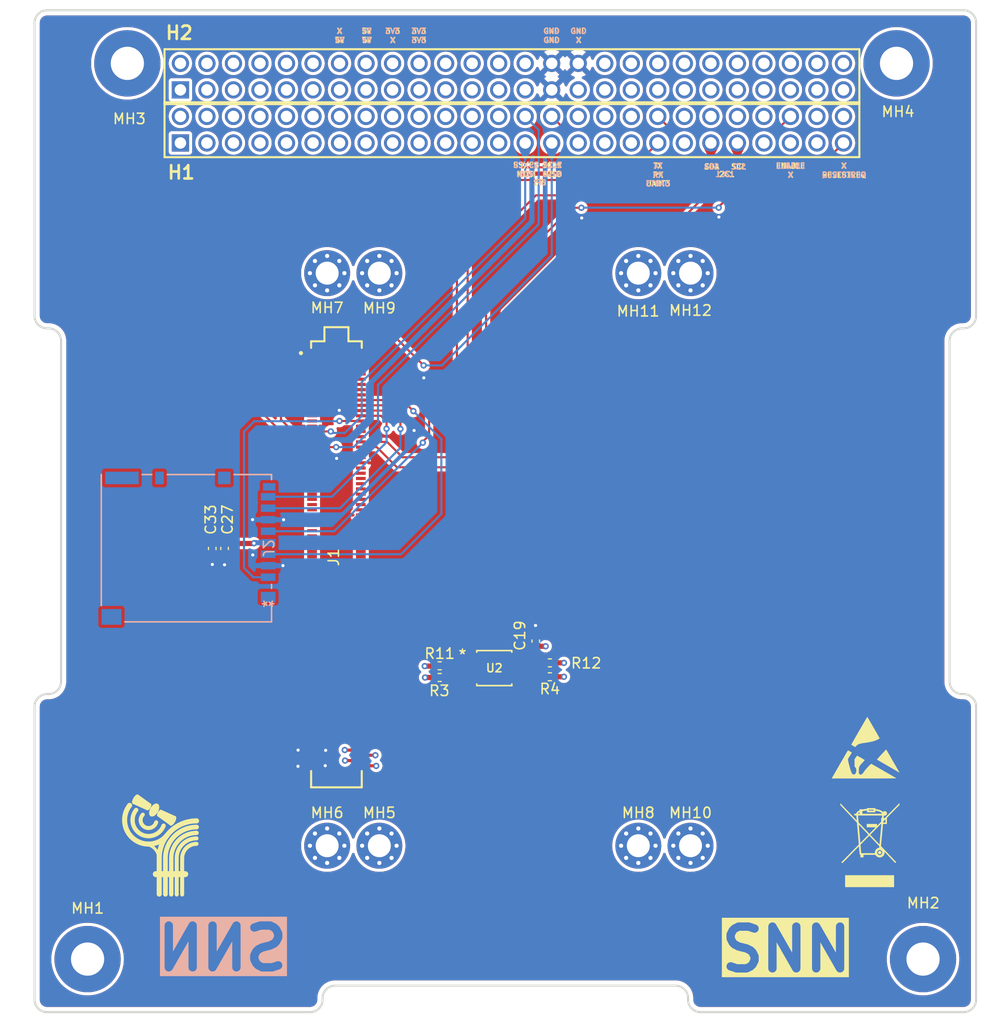
<source format=kicad_pcb>
(kicad_pcb (version 20241229) (generator "pcbnew") (generator_version "9.0")
  (layers (0 "F.Cu" mixed) (4 "In1.Cu" power) (6 "In2.Cu" power) (2 "B.Cu" mixed) (13 "F.Paste" user) (15 "B.Paste" user) (5 "F.SilkS" user "F.Silkscreen") (7 "B.SilkS" user "B.Silkscreen") (1 "F.Mask" user) (3 "B.Mask" user) (25 "Edge.Cuts" user))
  (net 0 "")
  (net 26 "MISO")
  (net 33 "SS{slash}CS")
  (net 36 "MOSI")
  (net 40 "UART_TX")
  (net 48 "RESESTREQ")
  (net 50 "I2C_SCL(2)")
  (net 52 "SNN Enable")
  (net 55 "UART_RX")
  (net 60 "SCLK")
  (net 77 "I2C_SDA(2)")
  (net 104 "SD-D3")
  (net 106 "VBAT")
  (net 112 "SD-CMD")
  (net 133 "SD-CCLK")
  (net 135 "SD-D0")
  (net 136 "SD-D1")
  (net 139 "SD-D2")
  (net 159 "+3V3")
  (net 160 "I2C_SCL_CSKB")
  (net 161 "I2C_SDA_CSKB")
  (net 163 "+5V")
  (net 168 "PWR_TEST")
  (net 169 "GND")
  (footprint "Symbol:ESD-Logo_6.6x6mm_SilkScreen" (layer "F.Cu") (at 185.006156 117.059623)
    (property "Reference" "REF**" (hide yes))
    (property "Value" "ESD-Logo_6.6x6mm_SilkScreen" (hide yes))
  )
  (footprint "adapter:MountingHole_3.18mm_6.35mm_Pad" (layer "F.Cu") (at 110.49 137.31)
    (property "Reference" "MH1")
    (property "Value" "MountingHole_Pad_MP")
  )
  (footprint "Resistor_SMD:R_0402_1005Metric" (layer "F.Cu") (at 154.76 110.29 180)
    (property "Reference" "R4")
    (property "Value" "10K")
  )
  (footprint "adapter:SAMTEC_SS5-80-3.50-X-D-K-XX" (layer "F.Cu") (at 134.3225 99.06 90)
    (property "Reference" "J1")
    (property "Value" "SS5-80-3.50-X-D-K-XX")
  )
  (footprint "Resistor_SMD:R_0402_1005Metric" (layer "F.Cu") (at 144.21 110.36)
    (property "Reference" "R3")
    (property "Value" "10K")
  )
  (footprint "Resistor_SMD:R_0402_1005Metric" (layer "F.Cu") (at 154.76 108.96 180)
    (property "Reference" "R12")
    (property "Value" "10K")
  )
  (footprint "MountingHole:MountingHole_2.2mm_M2_Pad_Via" (layer "F.Cu") (at 133.4325 126.46)
    (property "Reference" "MH6")
    (property "Value" "MountingHole_Pad_MP")
  )
  (footprint "Capacitor_SMD:C_0402_1005Metric" (layer "F.Cu") (at 122.43 98.01 -90)
    (property "Reference" "C33")
    (property "Value" "1u")
  )
  (footprint "MountingHole:MountingHole_2.2mm_M2_Pad_Via" (layer "F.Cu") (at 133.4325 71.66)
    (property "Reference" "MH7")
    (property "Value" "MountingHole_Pad_MP")
  )
  (footprint "MountingHole:MountingHole_2.2mm_M2_Pad_Via" (layer "F.Cu") (at 163.2325 71.66)
    (property "Reference" "MH11")
    (property "Value" "MountingHole_Pad_MP")
  )
  (footprint "adapter:LTC4300A-1IMS8_PBF" (layer "F.Cu") (at 149.44 109.46)
    (property "Reference" "U2")
    (property "Value" "LTC4300A-1IMS8_PBF")
  )
  (footprint "MountingHole:MountingHole_2.2mm_M2_Pad_Via" (layer "F.Cu") (at 168.2325 126.46)
    (property "Reference" "MH10")
    (property "Value" "MountingHole_Pad_MP")
  )
  (footprint "MountingHole:MountingHole_2.2mm_M2_Pad_Via" (layer "F.Cu") (at 163.2325 126.46)
    (property "Reference" "MH8")
    (property "Value" "MountingHole_Pad_MP")
  )
  (footprint "MountingHole:MountingHole_2.2mm_M2_Pad_Via" (layer "F.Cu") (at 138.4325 126.46)
    (property "Reference" "MH5")
    (property "Value" "MountingHole_Pad_MP")
  )
  (footprint "Capacitor_SMD:C_0402_1005Metric" (layer "F.Cu") (at 123.61 98.01 -90)
    (property "Reference" "C27")
    (property "Value" "100n")
  )
  (footprint "Symbol:WEEE-Logo_5.6x8mm_SilkScreen" (layer "F.Cu") (at 185.41 126.39)
    (property "Reference" "REF**" (hide yes))
    (property "Value" "WEEE-Logo_5.6x8mm_SilkScreen" (hide yes))
  )
  (footprint "MountingHole:MountingHole_2.2mm_M2_Pad_Via" (layer "F.Cu") (at 168.2325 71.66)
    (property "Reference" "MH12")
    (property "Value" "MountingHole_Pad_MP")
  )
  (footprint "adapter:MountingHole_3.18mm_6.35mm_Pad" (layer "F.Cu") (at 187.96 51.58)
    (property "Reference" "MH4")
    (property "Value" "MountingHole_Pad_MP")
  )
  (footprint "Capacitor_SMD:C_0402_1005Metric" (layer "F.Cu") (at 153.41 106.87 -90)
    (property "Reference" "C19")
    (property "Value" "10n")
  )
  (footprint "adapter:MountingHole_3.18mm_6.35mm_Pad" (layer "F.Cu") (at 190.5 137.31)
    (property "Reference" "MH2")
    (property "Value" "MountingHole_Pad_MP")
  )
  (footprint "adapter:MountingHole_3.18mm_6.35mm_Pad" (layer "F.Cu") (at 114.3 51.58)
    (property "Reference" "MH3")
    (property "Value" "MountingHole_Pad_MP")
  )
  (footprint "adapter:RHDR52W64P254_2X26_6654X495X1135P" (layer "F.Cu") (at 119.38 54.12)
    (property "Reference" "H2" (hide yes))
    (property "Value" "Conn_02x26_Odd_Even" (hide yes))
  )
  (footprint "adapter:RHDR52W64P254_2X26_6654X495X1135P" (layer "F.Cu") (at 119.38 59.2)
    (property "Reference" "H1" (hide yes))
    (property "Value" "Conn_02x26_Odd_Even" (hide yes))
  )
  (footprint "Resistor_SMD:R_0402_1005Metric" (layer "F.Cu") (at 144.21 109.24)
    (property "Reference" "R11")
    (property "Value" "10K")
  )
  (footprint "MountingHole:MountingHole_2.2mm_M2_Pad_Via" (layer "F.Cu") (at 138.4325 71.66)
    (property "Reference" "MH9")
    (property "Value" "MountingHole_Pad_MP")
  )
  (footprint "adapter:DM3BT_DSF_PEJS" (layer "B.Cu") (at 119.9536 97.985001 90)
    (property "Reference" "J2")
    (property "Value" "DM3BT-DSF-PEJS")
  )
  (gr_poly (pts (xy 120.933353 126.140569) (xy 120.940443 126.141107) (xy 120.94743 126.141994) (xy 120.954305 126.143221) (xy 120.961059 126.144778) (xy 120.967683 126.146658) (xy 120.974169 126.148851) (xy 120.980508 126.151349) (xy 120.98669 126.154142) (xy 120.992708 126.157223) (xy 120.998552 126.160582) (xy 121.004214 126.164211) (xy 121.009686 126.168101) (xy 121.014957 126.172243) (xy 121.02002 126.176628) (xy 121.024866 126.181248) (xy 121.029486 126.186094) (xy 121.033871 126.191157) (xy 121.038013 126.196428) (xy 121.041903 126.2019) (xy 121.045532 126.207562) (xy 121.048891 126.213406) (xy 121.051972 126.219424) (xy 121.054765 126.225606) (xy 121.057263 126.231945) (xy 121.059456 126.238431) (xy 121.061335 126.245055) (xy 121.062893 126.251808) (xy 121.06412 126.258683) (xy 121.065006 126.26567) (xy 121.065545 126.272761) (xy 121.065727 126.279946) (xy 121.065545 126.287132) (xy 121.065006 126.294223) (xy 121.06412 126.301211) (xy 121.062893 126.308087) (xy 121.061335 126.314842) (xy 121.059456 126.321468) (xy 121.057263 126.327956) (xy 121.054765 126.334297) (xy 121.051972 126.340482) (xy 121.048891 126.346503) (xy 121.045532 126.35235) (xy 121.041903 126.358015) (xy 121.038013 126.363489) (xy 121.033871 126.368764) (xy 121.029486 126.373831) (xy 121.024866 126.37868) (xy 121.02002 126.383303) (xy 121.014957 126.387692) (xy 121.009686 126.391837) (xy 121.004214 126.395729) (xy 120.998552 126.399361) (xy 120.992708 126.402723) (xy 120.98669 126.405807) (xy 120.980508 126.408603) (xy 120.974169 126.411103) (xy 120.967683 126.413298) (xy 120.961059 126.41518) (xy 120.954305 126.416739) (xy 120.94743 126.417967) (xy 120.940443 126.418855) (xy 120.933353 126.419394) (xy 120.926167 126.419575) (xy 120.86261 126.421181) (xy 120.799876 126.425944) (xy 120.738045 126.433787) (xy 120.677193 126.444633) (xy 120.6174 126.458403) (xy 120.558744 126.47502) (xy 120.501303 126.494405) (xy 120.445156 126.51648) (xy 120.390381 126.541168) (xy 120.337055 126.56839) (xy 120.285258 126.598069) (xy 120.235068 126.630126) (xy 120.186563 126.664484) (xy 120.139821 126.701065) (xy 120.094921 126.73979) (xy 120.05194 126.780582) (xy 120.010958 126.823362) (xy 119.972052 126.868053) (xy 119.935302 126.914578) (xy 119.900784 126.962856) (xy 119.868578 127.012812) (xy 119.838761 127.064367) (xy 119.811413 127.117442) (xy 119.786611 127.171961) (xy 119.764433 127.227844) (xy 119.744959 127.285015) (xy 119.728265 127.343394) (xy 119.714432 127.402905) (xy 119.703536 127.463469) (xy 119.695656 127.525007) (xy 119.690871 127.587444) (xy 119.689258 127.650699) (xy 119.689258 131.1293) (xy 119.689077 131.136485) (xy 119.688537 131.143576) (xy 119.687649 131.150565) (xy 119.686422 131.157441) (xy 119.684863 131.164196) (xy 119.682981 131.170822) (xy 119.680786 131.17731) (xy 119.678286 131.183651) (xy 119.67549 131.189836) (xy 119.672406 131.195856) (xy 119.669044 131.201704) (xy 119.665412 131.207369) (xy 119.661519 131.212843) (xy 119.657374 131.218118) (xy 119.652986 131.223184) (xy 119.648363 131.228033) (xy 119.643513 131.232657) (xy 119.638447 131.237045) (xy 119.633172 131.24119) (xy 119.627698 131.245083) (xy 119.622033 131.248715) (xy 119.616185 131.252077) (xy 119.610165 131.255161) (xy 119.60398 131.257957) (xy 119.597639 131.260457) (xy 119.591151 131.262652) (xy 119.584525 131.264533) (xy 119.57777 131.266093) (xy 119.570894 131.26732) (xy 119.563906 131.268208) (xy 119.556814 131.268748) (xy 119.549629 131.268929) (xy 119.542443 131.268748) (xy 119.535352 131.268208) (xy 119.528364 131.26732) (xy 119.521488 131.266093) (xy 119.514733 131.264533) (xy 119.508107 131.262652) (xy 119.501619 131.260457) (xy 119.495278 131.257957) (xy 119.489093 131.255161) (xy 119.483072 131.252077) (xy 119.477225 131.248715) (xy 119.47156 131.245083) (xy 119.466085 131.24119) (xy 119.460811 131.237045) (xy 119.455744 131.232657) (xy 119.450895 131.228033) (xy 119.446272 131.223184) (xy 119.441883 131.218118) (xy 119.437738 131.212843) (xy 119.433845 131.207369) (xy 119.430214 131.201704) (xy 119.426852 131.195856) (xy 119.423768 131.189836) (xy 119.420972 131.183651) (xy 119.418472 131.17731) (xy 119.416277 131.170822) (xy 119.414395 131.164196) (xy 119.412836 131.157441) (xy 119.411608 131.150565) (xy 119.41072 131.143576) (xy 119.410181 131.136485) (xy 119.41 131.1293) (xy 119.41 127.6507) (xy 119.411976 127.573092) (xy 119.417842 127.496491) (xy 119.427501 127.420991) (xy 119.440858 127.346688) (xy 119.457816 127.273678) (xy 119.478279 127.202056) (xy 119.502151 127.131918) (xy 119.529337 127.06336) (xy 119.559739 126.996477) (xy 119.593264 126.931365) (xy 119.629813 126.868118) (xy 119.669292 126.806834) (xy 119.711604 126.747608) (xy 119.756653 126.690534) (xy 119.804343 126.63571) (xy 119.854579 126.583229) (xy 119.907264 126.533189) (xy 119.962302 126.485684) (xy 120.019597 126.440811) (xy 120.079054 126.398664) (xy 120.140576 126.359339) (xy 120.204067 126.322933) (xy 120.269432 126.28954) (xy 120.336573 126.259256) (xy 120.405396 126.232177) (xy 120.475805 126.208398) (xy 120.547702 126.188015) (xy 120.620993 126.171124) (xy 120.69558 126.15782) (xy 120.77137 126.148199) (xy 120.848264 126.142356) (xy 120.926167 126.140387)) (stroke (width -0.000001)) (fill yes) (layer "F.SilkS"))
  (gr_curve (pts (xy 116.332254 124.90915) (xy 115.83512 124.90915) (xy 115.430696 124.504726) (xy 115.430696 124.007591)) (stroke (width 0.1)) (layer "F.SilkS"))
  (gr_curve (pts (xy 117.171342 123.218638) (xy 116.996012 123.522309) (xy 116.718587 123.690513) (xy 116.551653 123.593994)) (stroke (width 0.1)) (layer "F.SilkS"))
  (gr_line (start 118.886485 131.1293) (end 118.886485 127.6507) (stroke (width 0.1)) (layer "F.SilkS"))
  (gr_curve (pts (xy 115.243723 122.917571) (xy 115.310892 122.972392) (xy 115.320982 123.071311) (xy 115.26616 123.13848)) (stroke (width 0.1)) (layer "F.SilkS"))
  (gr_curve (pts (xy 115.881828 123.579037) (xy 115.770914 123.695595) (xy 115.709884 123.847783) (xy 115.709884 124.007591)) (stroke (width 0.1)) (layer "F.SilkS"))
  (gr_curve (pts (xy 117.186653 122.494174) (xy 117.353587 122.590623) (xy 117.346602 122.914826) (xy 117.171342 123.218638)) (stroke (width 0.1)) (layer "F.SilkS"))
  (gr_poly (pts (xy 120.933354 125.617047) (xy 120.940439 125.617586) (xy 120.947422 125.618473) (xy 120.954293 125.619699) (xy 120.961043 125.621257) (xy 120.967665 125.623136) (xy 120.974148 125.625329) (xy 120.980485 125.627827) (xy 120.986667 125.630621) (xy 120.992684 125.633701) (xy 120.998528 125.63706) (xy 121.004191 125.640689) (xy 121.009663 125.644579) (xy 121.014935 125.648721) (xy 121.02 125.653106) (xy 121.024847 125.657726) (xy 121.029469 125.662572) (xy 121.033856 125.667635) (xy 121.038 125.672906) (xy 121.041892 125.678378) (xy 121.045523 125.68404) (xy 121.048884 125.689884) (xy 121.051967 125.695902) (xy 121.054763 125.702084) (xy 121.057262 125.708423) (xy 121.059457 125.714909) (xy 121.061339 125.721533) (xy 121.062898 125.728287) (xy 121.064125 125.735161) (xy 121.065013 125.742148) (xy 121.065553 125.749239) (xy 121.065734 125.756424) (xy 121.065553 125.76361) (xy 121.065013 125.770701) (xy 121.064125 125.777689) (xy 121.062898 125.784565) (xy 121.061339 125.791321) (xy 121.059457 125.797947) (xy 121.057262 125.804434) (xy 121.054763 125.810775) (xy 121.051967 125.81696) (xy 121.048884 125.822981) (xy 121.045523 125.828828) (xy 121.041892 125.834493) (xy 121.038 125.839968) (xy 121.033856 125.845242) (xy 121.029469 125.850309) (xy 121.024847 125.855158) (xy 121.02 125.859781) (xy 121.014935 125.86417) (xy 121.009663 125.868315) (xy 121.004191 125.872208) (xy 120.998528 125.875839) (xy 120.992684 125.879201) (xy 120.986667 125.882285) (xy 120.980485 125.885081) (xy 120.974148 125.887581) (xy 120.967665 125.889776) (xy 120.961043 125.891658) (xy 120.954293 125.893217) (xy 120.947422 125.894444) (xy 120.940439 125.895332) (xy 120.933354 125.895872) (xy 120.926175 125.896053) (xy 120.83572 125.898341) (xy 120.746438 125.905129) (xy 120.658438 125.916308) (xy 120.571834 125.931765) (xy 120.486735 125.951389) (xy 120.403254 125.975071) (xy 120.321503 126.002697) (xy 120.241592 126.034158) (xy 120.163634 126.069343) (xy 120.087739 126.108139) (xy 120.014019 126.150437) (xy 119.942585 126.196125) (xy 119.87355 126.245091) (xy 119.807024 126.297226) (xy 119.743118 126.352417) (xy 119.681946 126.410554) (xy 119.623617 126.471525) (xy 119.568243 126.53522) (xy 119.515937 126.601527) (xy 119.466808 126.670335) (xy 119.420969 126.741534) (xy 119.378532 126.815012) (xy 119.339607 126.890658) (xy 119.304306 126.96836) (xy 119.272741 127.048009) (xy 119.245023 127.129492) (xy 119.221263 127.212699) (xy 119.201573 127.297518) (xy 119.186065 127.383839) (xy 119.17485 127.47155) (xy 119.168039 127.560541) (xy 119.165744 127.6507) (xy 119.165744 131.1293) (xy 119.165562 131.136485) (xy 119.165023 131.143576) (xy 119.164135 131.150565) (xy 119.162907 131.157441) (xy 119.161348 131.164196) (xy 119.159466 131.170822) (xy 119.157271 131.17731) (xy 119.154771 131.183651) (xy 119.151975 131.189836) (xy 119.148892 131.195856) (xy 119.14553 131.201704) (xy 119.141898 131.207369) (xy 119.138005 131.212843) (xy 119.13386 131.218118) (xy 119.129471 131.223184) (xy 119.124848 131.228033) (xy 119.119999 131.232657) (xy 119.114932 131.237045) (xy 119.109658 131.24119) (xy 119.104183 131.245083) (xy 119.098518 131.248715) (xy 119.092671 131.252077) (xy 119.08665 131.255161) (xy 119.080465 131.257957) (xy 119.074124 131.260457) (xy 119.067637 131.262652) (xy 119.061011 131.264533) (xy 119.054255 131.266093) (xy 119.047379 131.26732) (xy 119.040391 131.268208) (xy 119.0333 131.268748) (xy 119.026114 131.268929) (xy 119.018929 131.268748) (xy 119.011838 131.268208) (xy 119.00485 131.26732) (xy 118.997973 131.266093) (xy 118.991218 131.264533) (xy 118.984592 131.262652) (xy 118.978104 131.260457) (xy 118.971763 131.257957) (xy 118.965578 131.255161) (xy 118.959558 131.252077) (xy 118.95371 131.248715) (xy 118.948045 131.245083) (xy 118.942571 131.24119) (xy 118.937296 131.237045) (xy 118.93223 131.232657) (xy 118.927381 131.228033) (xy 118.922757 131.223184) (xy 118.918369 131.218118) (xy 118.914224 131.212843) (xy 118.910331 131.207369) (xy 118.906699 131.201704) (xy 118.903337 131.195856) (xy 118.900254 131.189836) (xy 118.897457 131.183651) (xy 118.894957 131.17731) (xy 118.892762 131.170822) (xy 118.890881 131.164196) (xy 118.889322 131.157441) (xy 118.888094 131.150565) (xy 118.887206 131.143576) (xy 118.886667 131.136485) (xy 118.886485 131.1293) (xy 118.886485 127.6507) (xy 118.889144 127.546195) (xy 118.897035 127.443044) (xy 118.910029 127.341377) (xy 118.927997 127.241321) (xy 118.950809 127.143005) (xy 118.978337 127.046559) (xy 119.010451 126.95211) (xy 119.047022 126.859789) (xy 119.087921 126.769722) (xy 119.13302 126.68204) (xy 119.182188 126.596871) (xy 119.235297 126.514344) (xy 119.292218 126.434587) (xy 119.352821 126.35773) (xy 119.416977 126.2839) (xy 119.484558 126.213227) (xy 119.555434 126.14584) (xy 119.629475 126.081868) (xy 119.706554 126.021438) (xy 119.78654 125.964681) (xy 119.869305 125.911723) (xy 119.954719 125.862696) (xy 120.042654 125.817726) (xy 120.13298 125.776944) (xy 120.225568 125.740477) (xy 120.320289 125.708455) (xy 120.417013 125.681006) (xy 120.515613 125.658259) (xy 120.615958 125.640342) (xy 120.717919 125.627385) (xy 120.821368 125.619517) (xy 120.926175 125.616865)) (stroke (width -0.000001)) (fill yes) (layer "F.SilkS"))
  (gr_curve (pts (xy 120.92618 125.075894) (xy 121.012894 125.075894) (xy 121.083167 125.146168) (xy 121.083167 125.232881)) (stroke (width 0.1)) (layer "F.SilkS"))
  (gr_curve (pts (xy 117.93062 125.376447) (xy 117.999694 125.295943) (xy 118.120767 125.286559) (xy 118.20127 125.355633)) (stroke (width 0.1)) (layer "F.SilkS"))
  (gr_curve (pts (xy 116.332254 125.697248) (xy 115.400568 125.697248) (xy 114.64259 124.93927) (xy 114.64259 124.007584)) (stroke (width 0.1)) (layer "F.SilkS"))
  (gr_curve (pts (xy 117.216132 123.597903) (xy 117.163004 123.567211) (xy 117.188403 123.42363) (xy 117.272929 123.277298)) (stroke (width 0.1)) (layer "F.SilkS"))
  (gr_curve (pts (xy 119.689258 131.1293) (xy 119.689258 131.206417) (xy 119.626746 131.268929) (xy 119.549629 131.268929)) (stroke (width 0.1)) (layer "F.SilkS"))
  (gr_curve (pts (xy 115.022743 122.939937) (xy 115.077706 122.872698) (xy 115.176625 122.86282) (xy 115.243723 122.917571)) (stroke (width 0.1)) (layer "F.SilkS"))
  (gr_curve (pts (xy 120.926167 123.889247) (xy 121.032213 123.889247) (xy 121.118149 123.975184) (xy 121.118149 124.081229)) (stroke (width 0.1)) (layer "F.SilkS"))
  (gr_curve (pts (xy 117.350836 131.280505) (xy 117.244791 131.280505) (xy 117.158854 131.194569) (xy 117.158854 131.088523)) (stroke (width 0.1)) (layer "F.SilkS"))
  (gr_line (start 119.41 131.1293) (end 119.41 127.6507) (stroke (width 0.1)) (layer "F.SilkS"))
  (gr_curve (pts (xy 118.502598 131.272718) (xy 118.415886 131.272718) (xy 118.345541 131.202444) (xy 118.345541 131.115662)) (stroke (width 0.1)) (layer "F.SilkS"))
  (gr_curve (pts (xy 114.925884 121.922243) (xy 114.799095 122.141741) (xy 114.760925 122.357077) (xy 114.840582 122.403079)) (stroke (width 0.1)) (layer "F.SilkS"))
  (gr_curve (pts (xy 115.430696 124.007591) (xy 115.430696 123.775816) (xy 115.519102 123.55526) (xy 115.679545 123.386561)) (stroke (width 0.1)) (layer "F.SilkS"))
  (gr_line (start 119.689258 127.650699) (end 119.689258 131.1293) (stroke (width 0.1)) (layer "F.SilkS"))
  (gr_curve (pts (xy 119.41 127.6507) (xy 119.41 126.817862) (xy 120.090155 126.140387) (xy 120.926167 126.140387)) (stroke (width 0.1)) (layer "F.SilkS"))
  (gr_poly (pts (xy 119.855116 128.943865) (xy 119.86706 128.944773) (xy 119.87883 128.946268) (xy 119.890412 128.948336) (xy 119.90179 128.950962) (xy 119.91295 128.95413) (xy 119.923877 128.957827) (xy 119.934556 128.962037) (xy 119.944973 128.966746) (xy 119.955113 128.971939) (xy 119.964961 128.977601) (xy 119.974502 128.983717) (xy 119.983722 128.990273) (xy 119.992605 128.997254) (xy 120.001138 129.004644) (xy 120.009304 129.012431) (xy 120.01709 129.020597) (xy 120.024481 129.02913) (xy 120.031462 129.038013) (xy 120.038018 129.047233) (xy 120.044134 129.056774) (xy 120.049796 129.066622) (xy 120.054989 129.076762) (xy 120.059698 129.087179) (xy 120.063908 129.097858) (xy 120.067604 129.108785) (xy 120.070773 129.119945) (xy 120.073398 129.131324) (xy 120.075466 129.142905) (xy 120.076962 129.154675) (xy 120.077869 129.166619) (xy 120.078175 129.178722) (xy 120.077869 129.190824) (xy 120.076962 129.202768) (xy 120.075466 129.214538) (xy 120.073398 129.22612) (xy 120.070773 129.237498) (xy 120.067604 129.248658) (xy 120.063908 129.259585) (xy 120.059698 129.270264) (xy 120.054989 129.280681) (xy 120.049796 129.290821) (xy 120.044134 129.300669) (xy 120.038018 129.31021) (xy 120.031462 129.31943) (xy 120.024481 129.328313) (xy 120.01709 129.336845) (xy 120.009304 129.345012) (xy 120.001138 129.352798) (xy 119.992605 129.360189) (xy 119.983722 129.36717) (xy 119.974502 129.373726) (xy 119.964961 129.379842) (xy 119.955113 129.385504) (xy 119.944973 129.390696) (xy 119.934556 129.395405) (xy 119.923877 129.399615) (xy 119.91295 129.403312) (xy 119.90179 129.406481) (xy 119.890412 129.409106) (xy 119.87883 129.411174) (xy 119.86706 129.412669) (xy 119.855116 129.413577) (xy 119.843013 129.413883) (xy 117.020792 129.413883) (xy 117.008689 129.413577) (xy 116.996745 129.412669) (xy 116.984975 129.411174) (xy 116.973394 129.409106) (xy 116.962016 129.406481) (xy 116.950856 129.403312) (xy 116.939929 129.399615) (xy 116.929249 129.395405) (xy 116.918832 129.390696) (xy 116.908693 129.385504) (xy 116.898845 129.379842) (xy 116.889303 129.373726) (xy 116.880084 129.36717) (xy 116.8712 129.360189) (xy 116.862668 129.352798) (xy 116.854501 129.345012) (xy 116.846715 129.336845) (xy 116.839324 129.328313) (xy 116.832344 129.31943) (xy 116.825788 129.31021) (xy 116.819671 129.300669) (xy 116.81401 129.290821) (xy 116.808817 129.280681) (xy 116.804108 129.270264) (xy 116.799898 129.259585) (xy 116.796201 129.248658) (xy 116.793033 129.237498) (xy 116.790407 129.22612) (xy 116.788339 129.214538) (xy 116.786844 129.202768) (xy 116.785936 129.190824) (xy 116.78563 129.178722) (xy 116.785936 129.166619) (xy 116.786844 129.154675) (xy 116.788339 129.142905) (xy 116.790407 129.131324) (xy 116.793033 129.119945) (xy 116.796201 129.108785) (xy 116.799898 129.097858) (xy 116.804108 129.087179) (xy 116.808817 129.076762) (xy 116.81401 129.066622) (xy 116.819671 129.056774) (xy 116.825788 129.047233) (xy 116.832344 129.038013) (xy 116.839324 129.02913) (xy 116.846715 129.020597) (xy 116.854501 129.012431) (xy 116.862668 129.004644) (xy 116.8712 128.997254) (xy 116.880084 128.990273) (xy 116.889303 128.983717) (xy 116.898845 128.977601) (xy 116.908693 128.971939) (xy 116.918832 128.966746) (xy 116.929249 128.962037) (xy 116.939929 128.957827) (xy 116.950856 128.95413) (xy 116.962016 128.950962) (xy 116.973394 128.948336) (xy 116.984975 128.946268) (xy 116.996745 128.944773) (xy 117.008689 128.943865) (xy 117.020792 128.943559) (xy 119.843013 128.943559)) (stroke (width -0.000001)) (fill yes) (layer "F.SilkS"))
  (gr_line (start 118.438507 124.48027) (end 118.429405 124.473779) (stroke (width 0.1)) (layer "F.SilkS"))
  (gr_curve (pts (xy 118.345541 127.650678) (xy 118.345541 126.230889) (xy 119.503217 125.075894) (xy 120.92618 125.075894)) (stroke (width 0.1)) (layer "F.SilkS"))
  (gr_line (start 117.020792 128.943559) (end 119.843013 128.943559) (stroke (width 0.1)) (layer "F.SilkS"))
  (gr_curve (pts (xy 114.2273 124.007599) (xy 114.2273 125.168167) (xy 115.171615 126.112412) (xy 116.332254 126.112412)) (stroke (width 0.1)) (layer "F.SilkS"))
  (gr_curve (pts (xy 115.26616 123.13848) (xy 115.066629 123.383096) (xy 114.956633 123.691706) (xy 114.956633 124.007583)) (stroke (width 0.1)) (layer "F.SilkS"))
  (gr_curve (pts (xy 117.621304 124.488278) (xy 117.651643 124.406998) (xy 117.741954 124.365653) (xy 117.823375 124.396062)) (stroke (width 0.1)) (layer "F.SilkS"))
  (gr_poly (pts (xy 115.151273 122.882355) (xy 115.158809 122.882858) (xy 115.166326 122.883724) (xy 115.173809 122.884954) (xy 115.181244 122.88655) (xy 115.188617 122.888512) (xy 115.195915 122.890842) (xy 115.203124 122.893542) (xy 115.210229 122.896612) (xy 115.217218 122.900054) (xy 115.224075 122.90387) (xy 115.230788 122.908061) (xy 115.237342 122.912627) (xy 115.243723 122.917571) (xy 115.249853 122.922837) (xy 115.255647 122.928348) (xy 115.261103 122.93409) (xy 115.266221 122.940048) (xy 115.270998 122.946209) (xy 115.275434 122.952559) (xy 115.279527 122.959084) (xy 115.283275 122.96577) (xy 115.286678 122.972604) (xy 115.289733 122.97957) (xy 115.292439 122.986657) (xy 115.294795 122.993849) (xy 115.296799 123.001133) (xy 115.298451 123.008494) (xy 115.299747 123.01592) (xy 115.300688 123.023395) (xy 115.301271 123.030907) (xy 115.301496 123.038441) (xy 115.30136 123.045983) (xy 115.300863 123.05352) (xy 115.300002 123.061038) (xy 115.298777 123.068522) (xy 115.297186 123.075959) (xy 115.295228 123.083335) (xy 115.2929 123.090637) (xy 115.290203 123.097849) (xy 115.287133 123.104959) (xy 115.283691 123.111952) (xy 115.279873 123.118814) (xy 115.27568 123.125532) (xy 115.27111 123.132092) (xy 115.26616 123.13848) (xy 115.229802 123.185082) (xy 115.195573 123.2331) (xy 115.163502 123.282452) (xy 115.133619 123.333055) (xy 115.105955 123.384825) (xy 115.080539 123.437679) (xy 115.057401 123.491535) (xy 115.036572 123.546309) (xy 115.018081 123.601918) (xy 115.001958 123.658279) (xy 114.988234 123.715309) (xy 114.976937 123.772924) (xy 114.968099 123.831043) (xy 114.961749 123.889581) (xy 114.957917 123.948455) (xy 114.956633 124.007583) (xy 114.958426 124.078268) (xy 114.963748 124.148036) (xy 114.972512 124.216802) (xy 114.984629 124.284477) (xy 115.000015 124.350975) (xy 115.01858 124.416209) (xy 115.040239 124.480091) (xy 115.064904 124.542535) (xy 115.092487 124.603453) (xy 115.122903 124.662758) (xy 115.156063 124.720364) (xy 115.191882 124.776183) (xy 115.230271 124.830128) (xy 115.271143 124.882111) (xy 115.314412 124.932047) (xy 115.35999 124.979848) (xy 115.407791 125.025426) (xy 115.457726 125.068695) (xy 115.50971 125.109567) (xy 115.563655 125.147956) (xy 115.619474 125.183774) (xy 115.67708 125.216935) (xy 115.736385 125.24735) (xy 115.797303 125.274934) (xy 115.859747 125.299599) (xy 115.923629 125.321258) (xy 115.988863 125.339823) (xy 116.055361 125.355208) (xy 116.123036 125.367326) (xy 116.191801 125.37609) (xy 116.26157 125.381412) (xy 116.332254 125.383205) (xy 116.438682 125.379035) (xy 116.543473 125.366704) (xy 116.646239 125.346483) (xy 116.746592 125.31864) (xy 116.844143 125.283446) (xy 116.938506 125.241171) (xy 117.02929 125.192084) (xy 117.116109 125.136455) (xy 117.198573 125.074553) (xy 117.276296 125.006649) (xy 117.348888 124.933013) (xy 117.415961 124.853913) (xy 117.477128 124.76962) (xy 117.531999 124.680403) (xy 117.580188 124.586533) (xy 117.621304 124.488278) (xy 117.624322 124.480776) (xy 117.627679 124.473514) (xy 117.631362 124.466498) (xy 117.635358 124.459732) (xy 117.639655 124.453225) (xy 117.644241 124.44698) (xy 117.649103 124.441004) (xy 117.654227 124.435303) (xy 117.659602 124.429883) (xy 117.665215 124.424749) (xy 117.671054 124.419907) (xy 117.677105 124.415364) (xy 117.683356 124.411124) (xy 117.689795 124.407194) (xy 117.696408 124.40358) (xy 117.703184 124.400287) (xy 117.710109 124.397321) (xy 117.717172 124.394688) (xy 117.724359 124.392394) (xy 117.731657 124.390445) (xy 117.739055 124.388847) (xy 117.74654 124.387604) (xy 117.754099 124.386724) (xy 117.761719 124.386212) (xy 117.769387 124.386074) (xy 117.777092 124.386315) (xy 117.784821 124.386942) (xy 117.79256 124.38796) (xy 117.800298 124.389375) (xy 117.808022 124.391194) (xy 117.815718 124.393421) (xy 117.823375 124.396062) (xy 117.830871 124.399081) (xy 117.838127 124.402438) (xy 117.845138 124.406123) (xy 117.851898 124.410122) (xy 117.858401 124.414422) (xy 117.864641 124.419011) (xy 117.870613 124.423877) (xy 117.876311 124.429005) (xy 117.881728 124.434385) (xy 117.886859 124.440002) (xy 117.891699 124.445845) (xy 117.89624 124.4519) (xy 117.900478 124.458156) (xy 117.904407 124.464598) (xy 117.908021 124.471216) (xy 117.911314 124.477995) (xy 117.91428 124.484924) (xy 117.916913 124.491989) (xy 117.919208 124.499178) (xy 117.921159 124.506478) (xy 117.922759 124.513876) (xy 117.924004 124.521361) (xy 117.924887 124.528918) (xy 117.925402 124.536536) (xy 117.925544 124.544202) (xy 117.925306 124.551903) (xy 117.924684 124.559626) (xy 117.92367 124.567359) (xy 117.92226 124.575089) (xy 117.920448 124.582803) (xy 117.918227 124.590489) (xy 117.915592 124.598133) (xy 117.891457 124.659129) (xy 117.865091 124.718819) (xy 117.836553 124.777162) (xy 117.805903 124.834117) (xy 117.7732 124.889642) (xy 117.738505 124.943697) (xy 117.701876 124.996238) (xy 117.663373 125.047226) (xy 117.623056 125.096619) (xy 117.580985 125.144375) (xy 117.537219 125.190454) (xy 117.491818 125.234813) (xy 117.444842 125.277411) (xy 117.396349 125.318208) (xy 117.346401 125.357161) (xy 117.295055 125.39423) (xy 117.242373 125.429372) (xy 117.188414 125.462547) (xy 117.133236 125.493713) (xy 117.076901 125.522829) (xy 117.019467 125.549853) (xy 116.960994 125.574745) (xy 116.901543 125.597462) (xy 116.841171 125.617963) (xy 116.77994 125.636208) (xy 116.717909 125.652154) (xy 116.655137 125.66576) (xy 116.591684 125.676986) (xy 116.527609 125.685788) (xy 116.462973 125.692127) (xy 116.397835 125.695961) (xy 116.332254 125.697248) (xy 116.245435 125.695045) (xy 116.159741 125.688508) (xy 116.075279 125.677744) (xy 115.992156 125.662859) (xy 115.910478 125.643961) (xy 115.830353 125.621156) (xy 115.751888 125.594553) (xy 115.675189 125.564256) (xy 115.600364 125.530375) (xy 115.52752 125.493015) (xy 115.456764 125.452283) (xy 115.388202 125.408287) (xy 115.321941 125.361134) (xy 115.25809 125.31093) (xy 115.196753 125.257782) (xy 115.13804 125.201798) (xy 115.082056 125.143084) (xy 115.028908 125.081748) (xy 114.978704 125.017897) (xy 114.931551 124.951636) (xy 114.887555 124.883074) (xy 114.846823 124.812318) (xy 114.809463 124.739474) (xy 114.775582 124.664649) (xy 114.745285 124.58795) (xy 114.718682 124.509485) (xy 114.695877 124.42936) (xy 114.676979 124.347682) (xy 114.662094 124.264559) (xy 114.65133 124.180096) (xy 114.644793 124.094402) (xy 114.64259 124.007584) (xy 114.644166 123.934957) (xy 114.648869 123.862639) (xy 114.656662 123.790733) (xy 114.66751 123.71934) (xy 114.681377 123.648563) (xy 114.698226 123.578505) (xy 114.71802 123.509267) (xy 114.740724 123.440952) (xy 114.766301 123.373662) (xy 114.794715 123.3075) (xy 114.82593 123.242568) (xy 114.859909 123.178968) (xy 114.896616 123.116803) (xy 114.936015 123.056174) (xy 114.97807 122.997185) (xy 115.022743 122.939937) (xy 115.028023 122.933801) (xy 115.033546 122.928003) (xy 115.039298 122.922544) (xy 115.045267 122.917425) (xy 115.051438 122.912647) (xy 115.057796 122.908213) (xy 115.06433 122.904122) (xy 115.071023 122.900376) (xy 115.077863 122.896978) (xy 115.084836 122.893927) (xy 115.091928 122.891226) (xy 115.099124 122.888875) (xy 115.106412 122.886877) (xy 115.113777 122.885232) (xy 115.121205 122.883942) (xy 115.128682 122.883008) (xy 115.136196 122.882431) (xy 115.14373 122.882213)) (stroke (width -0.000001)) (fill yes) (layer "F.SilkS"))
  (gr_curve (pts (xy 117.542817 131.088523) (xy 117.542817 131.194569) (xy 117.45688 131.280505) (xy 117.350836 131.280505)) (stroke (width 0.1)) (layer "F.SilkS"))
  (gr_curve (pts (xy 118.659655 131.115662) (xy 118.659655 131.202444) (xy 118.589311 131.272718) (xy 118.502598 131.272718)) (stroke (width 0.1)) (layer "F.SilkS"))
  (gr_curve (pts (xy 114.634335 122.449873) (xy 114.718084 122.514855) (xy 114.733324 122.635434) (xy 114.668343 122.719184)) (stroke (width 0.1)) (layer "F.SilkS"))
  (gr_curve (pts (xy 121.118149 124.081229) (xy 121.118149 124.187274) (xy 121.032213 124.273211) (xy 120.926167 124.273211)) (stroke (width 0.1)) (layer "F.SilkS"))
  (gr_curve (pts (xy 116.332254 124.629962) (xy 116.607492 124.629962) (xy 116.853236 124.445177) (xy 116.929789 124.180593)) (stroke (width 0.1)) (layer "F.SilkS"))
  (gr_curve (pts (xy 117.915592 124.598133) (xy 117.67027 125.25557) (xy 117.033929 125.697248) (xy 116.332254 125.697248)) (stroke (width 0.1)) (layer "F.SilkS"))
  (gr_line (start 118.429405 124.473779) (end 117.216132 123.597903) (stroke (width 0.1)) (layer "F.SilkS"))
  (gr_line (start 116.522062 122.490427) (end 115.308859 121.61455) (stroke (width 0.1)) (layer "F.SilkS"))
  (gr_curve (pts (xy 116.216063 123.02037) (xy 116.269191 123.051203) (xy 116.38081 122.957364) (xy 116.465406 122.811031)) (stroke (width 0.1)) (layer "F.SilkS"))
  (gr_curve (pts (xy 114.668343 122.719184) (xy 114.37977 123.091153) (xy 114.2273 123.536711) (xy 114.2273 124.007599)) (stroke (width 0.1)) (layer "F.SilkS"))
  (gr_curve (pts (xy 116.332254 125.383205) (xy 116.903542 125.383205) (xy 117.421562 125.023513) (xy 117.621304 124.488278)) (stroke (width 0.1)) (layer "F.SilkS"))
  (gr_curve (pts (xy 114.956633 124.007583) (xy 114.956633 124.766126) (xy 115.573712 125.383205) (xy 116.332254 125.383205)) (stroke (width 0.1)) (layer "F.SilkS"))
  (gr_curve (pts (xy 117.158854 127.650705) (xy 117.158854 125.576583) (xy 118.848871 123.889247) (xy 120.926167 123.889247)) (stroke (width 0.1)) (layer "F.SilkS"))
  (gr_curve (pts (xy 119.843013 128.943559) (xy 119.972906 128.943559) (xy 120.078175 129.048829) (xy 120.078175 129.178722)) (stroke (width 0.1)) (layer "F.SilkS"))
  (gr_curve (pts (xy 118.118698 131.102091) (xy 118.118698 131.19854) (xy 118.040523 131.276646) (xy 117.944144 131.276646)) (stroke (width 0.1)) (layer "F.SilkS"))
  (gr_curve (pts (xy 117.944144 131.276646) (xy 117.847765 131.276646) (xy 117.769589 131.19854) (xy 117.769589 131.102091)) (stroke (width 0.1)) (layer "F.SilkS"))
  (gr_curve (pts (xy 117.823375 124.396062) (xy 117.904585 124.426401) (xy 117.94593 124.516853) (xy 117.915592 124.598133)) (stroke (width 0.1)) (layer "F.SilkS"))
  (gr_poly (pts (xy 120.93426 125.076099) (xy 120.942233 125.076705) (xy 120.950091 125.077703) (xy 120.957822 125.079083) (xy 120.965418 125.080836) (xy 120.972868 125.082951) (xy 120.980163 125.085419) (xy 120.987292 125.08823) (xy 120.994246 125.091373) (xy 121.001015 125.09484) (xy 121.007589 125.098619) (xy 121.013958 125.102702) (xy 121.020113 125.107079) (xy 121.026044 125.111739) (xy 121.03174 125.116673) (xy 121.037191 125.12187) (xy 121.042389 125.127322) (xy 121.047323 125.133018) (xy 121.051983 125.138948) (xy 121.05636 125.145103) (xy 121.060443 125.151473) (xy 121.064222 125.158047) (xy 121.067689 125.164816) (xy 121.070832 125.17177) (xy 121.073643 125.178899) (xy 121.076111 125.186194) (xy 121.078226 125.193644) (xy 121.079978 125.201239) (xy 121.081359 125.208971) (xy 121.082357 125.216828) (xy 121.082963 125.224801) (xy 121.083167 125.232881) (xy 121.082963 125.240967) (xy 121.082357 125.248946) (xy 121.081359 125.256809) (xy 121.079978 125.264546) (xy 121.078226 125.272146) (xy 121.076111 125.279601) (xy 121.073643 125.2869) (xy 121.070832 125.294033) (xy 121.067689 125.30099) (xy 121.064222 125.307763) (xy 121.060443 125.31434) (xy 121.05636 125.320712) (xy 121.051983 125.326869) (xy 121.047323 125.332801) (xy 121.042389 125.338499) (xy 121.037191 125.343953) (xy 121.03174 125.349152) (xy 121.026044 125.354087) (xy 121.020113 125.358748) (xy 121.013958 125.363126) (xy 121.007589 125.36721) (xy 121.001015 125.37099) (xy 120.994246 125.374457) (xy 120.987292 125.377601) (xy 120.980163 125.380412) (xy 120.972868 125.38288) (xy 120.965418 125.384995) (xy 120.957822 125.386748) (xy 120.950091 125.388129) (xy 120.942233 125.389127) (xy 120.93426 125.389733) (xy 120.92618 125.389937) (xy 120.809723 125.392885) (xy 120.694774 125.401631) (xy 120.581477 125.416034) (xy 120.469976 125.43595) (xy 120.360414 125.461235) (xy 120.252934 125.491747) (xy 120.147681 125.527343) (xy 120.044798 125.567879) (xy 119.944427 125.613212) (xy 119.846714 125.663199) (xy 119.751801 125.717697) (xy 119.659831 125.776563) (xy 119.570949 125.839654) (xy 119.485298 125.906826) (xy 119.403021 125.977937) (xy 119.324261 126.052842) (xy 119.249164 126.1314) (xy 119.177871 126.213467) (xy 119.110526 126.298899) (xy 119.047274 126.387555) (xy 118.988257 126.479289) (xy 118.933619 126.57396) (xy 118.883503 126.671424) (xy 118.838053 126.771539) (xy 118.797413 126.87416) (xy 118.761726 126.979145) (xy 118.731136 127.086351) (xy 118.705785 127.195634) (xy 118.685818 127.306851) (xy 118.671379 127.41986) (xy 118.66261 127.534517) (xy 118.659655 127.650679) (xy 118.659655 131.115662) (xy 118.65945 131.123747) (xy 118.658844 131.131727) (xy 118.657844 131.13959) (xy 118.656463 131.147326) (xy 118.654708 131.154927) (xy 118.652591 131.162381) (xy 118.650122 131.16968) (xy 118.647309 131.176813) (xy 118.644163 131.183771) (xy 118.640693 131.190543) (xy 118.636911 131.19712) (xy 118.632825 131.203492) (xy 118.628445 131.209649) (xy 118.623782 131.215582) (xy 118.618845 131.22128) (xy 118.613644 131.226733) (xy 118.608189 131.231933) (xy 118.602489 131.236868) (xy 118.596556 131.241529) (xy 118.590398 131.245907) (xy 118.584026 131.24999) (xy 118.577449 131.253771) (xy 118.570677 131.257238) (xy 118.56372 131.260382) (xy 118.556589 131.263193) (xy 118.549292 131.265661) (xy 118.54184 131.267776) (xy 118.534243 131.269529) (xy 118.52651 131.270909) (xy 118.518652 131.271908) (xy 118.510678 131.272514) (xy 118.502598 131.272718) (xy 118.494519 131.272514) (xy 118.486545 131.271908) (xy 118.478686 131.270909) (xy 118.470954 131.269529) (xy 118.463356 131.267776) (xy 118.455905 131.265661) (xy 118.448608 131.263193) (xy 118.441476 131.260382) (xy 118.43452 131.257238) (xy 118.427748 131.253771) (xy 118.421171 131.24999) (xy 118.414798 131.245907) (xy 118.40864 131.241529) (xy 118.402707 131.236868) (xy 118.397008 131.231933) (xy 118.391553 131.226733) (xy 118.386352 131.22128) (xy 118.381414 131.215582) (xy 118.376751 131.209649) (xy 118.372372 131.203492) (xy 118.368285 131.19712) (xy 118.364503 131.190543) (xy 118.361034 131.183771) (xy 118.357888 131.176813) (xy 118.355075 131.16968) (xy 118.352605 131.162381) (xy 118.350488 131.154927) (xy 118.348733 131.147326) (xy 118.347352 131.13959) (xy 118.346353 131.131727) (xy 118.345746 131.123747) (xy 118.345541 131.115662) (xy 118.345541 127.650678) (xy 118.348906 127.518376) (xy 118.35889 127.387788) (xy 118.375331 127.259078) (xy 118.398065 127.132408) (xy 118.426928 127.007942) (xy 118.461758 126.885842) (xy 118.50239 126.766272) (xy 118.548662 126.649395) (xy 118.60041 126.535373) (xy 118.657471 126.424369) (xy 118.719681 126.316547) (xy 118.786876 126.21207) (xy 118.858895 126.1111) (xy 118.935572 126.013801) (xy 119.016745 125.920335) (xy 119.10225 125.830865) (xy 119.191924 125.745556) (xy 119.285603 125.664568) (xy 119.383124 125.588067) (xy 119.484324 125.516214) (xy 119.58904 125.449172) (xy 119.697107 125.387105) (xy 119.808362 125.330176) (xy 119.922643 125.278547) (xy 120.039785 125.232381) (xy 120.159625 125.191842) (xy 120.282001 125.157093) (xy 120.406747 125.128296) (xy 120.533702 125.105615) (xy 120.662701 125.089212) (xy 120.793582 125.079251) (xy 120.92618 125.075894)) (stroke (width -0.000001)) (fill yes) (layer "F.SilkS"))
  (gr_curve (pts (xy 116.332254 126.112412) (xy 116.947287 126.112412) (xy 117.529864 125.84416) (xy 117.93062 125.376447)) (stroke (width 0.1)) (layer "F.SilkS"))
  (gr_poly (pts (xy 115.275144 121.599692) (xy 115.283824 121.601326) (xy 115.292036 121.604015) (xy 115.299758 121.607777) (xy 115.300363 121.608129) (xy 115.300962 121.608496) (xy 115.301555 121.608878) (xy 115.302142 121.609272) (xy 115.303301 121.610094) (xy 115.304441 121.610952) (xy 115.305564 121.611837) (xy 115.306673 121.612738) (xy 115.308859 121.61455) (xy 116.522062 122.490427) (xy 116.52682 122.493619) (xy 116.53112 122.497454) (xy 116.534968 122.501911) (xy 116.538365 122.50697) (xy 116.541317 122.51261) (xy 116.543825 122.518813) (xy 116.547529 122.532822) (xy 116.549505 122.548836) (xy 116.549782 122.566692) (xy 116.548389 122.586228) (xy 116.545354 122.607285) (xy 116.540706 122.629699) (xy 116.534473 122.653308) (xy 116.526685 122.677953) (xy 116.517369 122.70347) (xy 116.506555 122.729698) (xy 116.49427 122.756475) (xy 116.480544 122.78364) (xy 116.465406 122.811031) (xy 116.449248 122.837836) (xy 116.432583 122.863304) (xy 116.415534 122.887331) (xy 116.398228 122.90981) (xy 116.38079 122.930636) (xy 116.363345 122.949703) (xy 116.346017 122.966906) (xy 116.328934 122.982137) (xy 116.320523 122.988981) (xy 116.312219 122.995293) (xy 116.304039 123.001059) (xy 116.295998 123.006267) (xy 116.288112 123.010903) (xy 116.280397 123.014953) (xy 116.272867 123.018405) (xy 116.26554 123.021246) (xy 116.25843 123.023462) (xy 116.251553 123.02504) (xy 116.244924 123.025967) (xy 116.23856 123.026229) (xy 116.232477 123.025814) (xy 116.226689 123.024707) (xy 116.221212 123.022897) (xy 116.216063 123.02037) (xy 114.850883 122.407736) (xy 114.848281 122.406711) (xy 114.846979 122.406176) (xy 114.84568 122.405619) (xy 114.844387 122.405036) (xy 114.843104 122.404422) (xy 114.841835 122.403771) (xy 114.840582 122.403079) (xy 114.833459 122.398275) (xy 114.82702 122.39251) (xy 114.821261 122.385812) (xy 114.816177 122.378213) (xy 114.811761 122.369743) (xy 114.808009 122.360432) (xy 114.802475 122.339408) (xy 114.799532 122.315383) (xy 114.799136 122.288599) (xy 114.801245 122.259298) (xy 114.805816 122.227722) (xy 114.812806 122.194113) (xy 114.822173 122.158712) (xy 114.833873 122.121763) (xy 114.847865 122.083506) (xy 114.864104 122.044183) (xy 114.882549 122.004037) (xy 114.903157 121.96331) (xy 114.925884 121.922243) (xy 114.95009 121.882011) (xy 114.975063 121.843787) (xy 115.000616 121.807726) (xy 115.026559 121.773988) (xy 115.052704 121.742731) (xy 115.078863 121.714112) (xy 115.104847 121.688289) (xy 115.130468 121.665421) (xy 115.143084 121.655144) (xy 115.155538 121.645665) (xy 115.167807 121.637003) (xy 115.179868 121.629179) (xy 115.191696 121.622211) (xy 115.203269 121.61612) (xy 115.214563 121.610926) (xy 115.225554 121.606648) (xy 115.236219 121.603306) (xy 115.246534 121.60092) (xy 115.256475 121.599509) (xy 115.26602 121.599093)) (stroke (width -0.000001)) (fill yes) (layer "F.SilkS"))
  (gr_curve (pts (xy 118.222085 125.626284) (xy 117.748304 126.179157) (xy 117.059541 126.496304) (xy 116.332254 126.496304)) (stroke (width 0.1)) (layer "F.SilkS"))
  (gr_curve (pts (xy 121.065734 125.756424) (xy 121.065734 125.833542) (xy 121.003222 125.896053) (xy 120.926175 125.896053)) (stroke (width 0.1)) (layer "F.SilkS"))
  (gr_poly (pts (xy 116.130554 126.198854) (xy 116.1377 126.199367) (xy 116.144886 126.200259) (xy 116.214162 126.211551) (xy 116.282295 126.225927) (xy 116.349217 126.243307) (xy 116.414859 126.263613) (xy 116.47915 126.286765) (xy 116.542021 126.312682) (xy 116.603404 126.341287) (xy 116.663229 126.372499) (xy 116.721427 126.40624) (xy 116.777928 126.442429) (xy 116.832662 126.480987) (xy 116.885562 126.521836) (xy 116.936556 126.564894) (xy 116.985577 126.610084) (xy 117.032554 126.657326) (xy 117.077419 126.706539) (xy 117.120102 126.757646) (xy 117.160533 126.810565) (xy 117.198644 126.865219) (xy 117.234365 126.921528) (xy 117.267626 126.979411) (xy 117.298359 127.03879) (xy 117.326494 127.099586) (xy 117.351962 127.161718) (xy 117.374693 127.225108) (xy 117.394618 127.289676) (xy 117.411668 127.355343) (xy 117.425774 127.422029) (xy 117.436865 127.489655) (xy 117.444874 127.558141) (xy 117.449729 127.627408) (xy 117.451363 127.697377) (xy 117.451363 127.783525) (xy 117.169141 127.783525) (xy 117.169141 127.697377) (xy 117.167811 127.640484) (xy 117.163859 127.58416) (xy 117.157342 127.52847) (xy 117.148315 127.473478) (xy 117.136836 127.41925) (xy 117.12296 127.36585) (xy 117.106744 127.313342) (xy 117.088245 127.261792) (xy 117.067518 127.211263) (xy 117.044622 127.16182) (xy 117.019611 127.113529) (xy 116.992542 127.066453) (xy 116.963472 127.020657) (xy 116.932456 126.976206) (xy 116.899553 126.933165) (xy 116.864817 126.891598) (xy 116.828306 126.851569) (xy 116.790076 126.813144) (xy 116.750183 126.776387) (xy 116.708684 126.741362) (xy 116.665634 126.708134) (xy 116.621092 126.676769) (xy 116.575112 126.64733) (xy 116.527752 126.619881) (xy 116.479067 126.594489) (xy 116.429115 126.571217) (xy 116.377951 126.55013) (xy 116.325633 126.531292) (xy 116.272216 126.514769) (xy 116.217757 126.500624) (xy 116.162313 126.488923) (xy 116.10594 126.479729) (xy 116.098773 126.478542) (xy 116.091751 126.47701) (xy 116.08488 126.475144) (xy 116.078169 126.472954) (xy 116.071626 126.470449) (xy 116.065257 126.46764) (xy 116.05907 126.464536) (xy 116.053072 126.461148) (xy 116.047273 126.457486) (xy 116.041678 126.453559) (xy 116.036295 126.449378) (xy 116.031132 126.444952) (xy 116.026197 126.440292) (xy 116.021497 126.435407) (xy 116.01704 126.430308) (xy 116.012833 126.425005) (xy 116.008883 126.419507) (xy 116.005199 126.413824) (xy 116.001788 126.407967) (xy 115.998657 126.401945) (xy 115.995814 126.395769) (xy 115.993267 126.389448) (xy 115.991023 126.382993) (xy 115.98909 126.376413) (xy 115.987474 126.369718) (xy 115.986185 126.362919) (xy 115.985229 126.356025) (xy 115.984614 126.349047) (xy 115.984347 126.341993) (xy 115.984436 126.334876) (xy 115.984889 126.327703) (xy 115.985713 126.320486) (xy 115.986889 126.313311) (xy 115.988412 126.306276) (xy 115.990272 126.299391) (xy 115.99246 126.292663) (xy 115.994964 126.2861) (xy 115.997774 126.27971) (xy 116.000881 126.2735) (xy 116.004273 126.26748) (xy 116.007942 126.261655) (xy 116.011876 126.256036) (xy 116.016065 126.250629) (xy 116.020499 126.245443) (xy 116.025168 126.240485) (xy 116.030062 126.235763) (xy 116.03517 126.231286) (xy 116.040482 126.227061) (xy 116.045988 126.223096) (xy 116.051677 126.2194) (xy 116.05754 126.21598) (xy 116.063567 126.212844) (xy 116.069746 126.209999) (xy 116.076068 126.207455) (xy 116.082522 126.205219) (xy 116.089099 126.203298) (xy 116.095788 126.201702) (xy 116.102578 126.200437) (xy 116.10946 126.199512) (xy 116.116424 126.198934) (xy 116.123458 126.198712)) (stroke (width -0.000001)) (fill yes) (layer "F.SilkS"))
  (gr_line (start 118.118698 127.650655) (end 118.118698 131.102091) (stroke (width 0.1)) (layer "F.SilkS"))
  (gr_curve (pts (xy 121.065727 126.279946) (xy 121.065727 126.357063) (xy 121.003285 126.419575) (xy 120.926167 126.419575)) (stroke (width 0.1)) (layer "F.SilkS"))
  (gr_line (start 114.840582 122.403079) (end 114.850883 122.407736) (stroke (width 0.1)) (layer "F.SilkS"))
  (gr_curve (pts (xy 119.549629 131.268929) (xy 119.472511 131.268929) (xy 119.41 131.206417) (xy 119.41 131.1293)) (stroke (width 0.1)) (layer "F.SilkS"))
  (gr_curve (pts (xy 118.886485 127.6507) (xy 118.886485 126.529219) (xy 119.801449 125.616865) (xy 120.926175 125.616865)) (stroke (width 0.1)) (layer "F.SilkS"))
  (gr_curve (pts (xy 117.769589 127.650655) (xy 117.769589 125.913366) (xy 119.185639 124.499997) (xy 120.926174 124.499997)) (stroke (width 0.1)) (layer "F.SilkS"))
  (gr_curve (pts (xy 116.566963 122.8696) (xy 116.742294 122.565929) (xy 117.019718 122.397724) (xy 117.186653 122.494174)) (stroke (width 0.1)) (layer "F.SilkS"))
  (gr_curve (pts (xy 116.929789 124.180593) (xy 116.951097 124.10658) (xy 117.028355 124.063542) (xy 117.10265 124.085273)) (stroke (width 0.1)) (layer "F.SilkS"))
  (gr_curve (pts (xy 121.100658 124.674551) (xy 121.100658 124.77093) (xy 121.022553 124.849035) (xy 120.926174 124.849035)) (stroke (width 0.1)) (layer "F.SilkS"))
  (gr_curve (pts (xy 120.926174 124.849035) (xy 119.378045 124.849035) (xy 118.118698 126.105841) (xy 118.118698 127.650655)) (stroke (width 0.1)) (layer "F.SilkS"))
  (gr_curve (pts (xy 114.365024 122.483952) (xy 114.430006 122.400061) (xy 114.550797 122.384962) (xy 114.634335 122.449873)) (stroke (width 0.1)) (layer "F.SilkS"))
  (gr_curve (pts (xy 116.78563 129.178722) (xy 116.78563 129.048829) (xy 116.890899 128.943559) (xy 117.020792 128.943559)) (stroke (width 0.1)) (layer "F.SilkS"))
  (gr_curve (pts (xy 116.551653 123.593994) (xy 116.384718 123.497615) (xy 116.391633 123.173271) (xy 116.566963 122.8696)) (stroke (width 0.1)) (layer "F.SilkS"))
  (gr_curve (pts (xy 113.843407 124.007599) (xy 113.843407 123.450704) (xy 114.023747 122.923795) (xy 114.365024 122.483952)) (stroke (width 0.1)) (layer "F.SilkS"))
  (gr_poly (pts (xy 117.505788 123.062324) (xy 117.511576 123.063424) (xy 117.517052 123.065227) (xy 117.522202 123.067748) (xy 118.887381 123.680523) (xy 118.889993 123.681536) (xy 118.891304 123.682057) (xy 118.892611 123.682596) (xy 118.893908 123.683157) (xy 118.89519 123.683748) (xy 118.89645 123.684373) (xy 118.897682 123.685039) (xy 118.904806 123.689843) (xy 118.911244 123.695609) (xy 118.917003 123.702307) (xy 118.922088 123.709907) (xy 118.926503 123.718379) (xy 118.930255 123.727692) (xy 118.933348 123.737816) (xy 118.935789 123.748721) (xy 118.937582 123.760376) (xy 118.938732 123.772751) (xy 118.939246 123.785816) (xy 118.939128 123.799541) (xy 118.938384 123.813895) (xy 118.937019 123.828848) (xy 118.935039 123.84437) (xy 118.932448 123.860431) (xy 118.925458 123.894047) (xy 118.916091 123.929454) (xy 118.904391 123.966409) (xy 118.890399 124.004672) (xy 118.87416 124.043999) (xy 118.855715 124.084148) (xy 118.835108 124.124878) (xy 118.812381 124.165945) (xy 118.788175 124.206189) (xy 118.763204 124.244422) (xy 118.737655 124.280488) (xy 118.711715 124.314228) (xy 118.685574 124.345484) (xy 118.65942 124.3741) (xy 118.63344 124.399917) (xy 118.607822 124.422776) (xy 118.582755 124.442521) (xy 118.558427 124.458994) (xy 118.535026 124.472036) (xy 118.523732 124.477222) (xy 118.51274 124.481491) (xy 118.502074 124.484823) (xy 118.491757 124.487199) (xy 118.481813 124.488599) (xy 118.472265 124.489004) (xy 118.463137 124.488393) (xy 118.454452 124.486747) (xy 118.446234 124.484046) (xy 118.438507 124.48027) (xy 118.437902 124.479933) (xy 118.437303 124.479583) (xy 118.436122 124.478849) (xy 118.434963 124.478074) (xy 118.433824 124.477263) (xy 118.4327 124.476422) (xy 118.431591 124.475558) (xy 118.430494 124.474675) (xy 118.429405 124.473779) (xy 117.216132 123.597903) (xy 117.21138 123.594698) (xy 117.207086 123.590852) (xy 117.203244 123.586385) (xy 117.199852 123.581317) (xy 117.196905 123.575668) (xy 117.194401 123.569458) (xy 117.192336 123.562708) (xy 117.190706 123.555438) (xy 117.189508 123.547668) (xy 117.188738 123.539417) (xy 117.188393 123.530707) (xy 117.188468 123.521558) (xy 117.188962 123.511988) (xy 117.189869 123.50202) (xy 117.191186 123.491672) (xy 117.19291 123.480966) (xy 117.197565 123.458556) (xy 117.203805 123.434953) (xy 117.2116 123.410317) (xy 117.220924 123.384811) (xy 117.231747 123.358594) (xy 117.244041 123.331829) (xy 117.257778 123.304676) (xy 117.272929 123.277298) (xy 117.289074 123.25048) (xy 117.305729 123.224999) (xy 117.322768 123.200959) (xy 117.340066 123.178466) (xy 117.357497 123.157627) (xy 117.374937 123.138547) (xy 117.392259 123.121331) (xy 117.409339 123.106086) (xy 117.426051 123.092917) (xy 117.44227 123.08193) (xy 117.45787 123.073231) (xy 117.465399 123.069772) (xy 117.472726 123.066925) (xy 117.479836 123.064702) (xy 117.486712 123.063118) (xy 117.49334 123.062184) (xy 117.499704 123.061915)) (stroke (width -0.000001)) (fill yes) (layer "F.SilkS"))
  (gr_curve (pts (xy 121.083167 125.232881) (xy 121.083167 125.319664) (xy 121.012894 125.389937) (xy 120.92618 125.389937)) (stroke (width 0.1)) (layer "F.SilkS"))
  (gr_line (start 119.843013 129.413883) (end 117.020792 129.413883) (stroke (width 0.1)) (layer "F.SilkS"))
  (gr_poly (pts (xy 114.529546 122.410011) (xy 114.538761 122.410841) (xy 114.547944 122.412117) (xy 114.55708 122.413842) (xy 114.566151 122.416017) (xy 114.57514 122.418644) (xy 114.584029 122.421725) (xy 114.592803 122.425264) (xy 114.601444 122.42926) (xy 114.609934 122.433717) (xy 114.618258 122.438637) (xy 114.626397 122.444022) (xy 114.634335 122.449873) (xy 114.641985 122.456125) (xy 114.649232 122.462686) (xy 114.656073 122.469539) (xy 114.662507 122.476667) (xy 114.66853 122.484053) (xy 114.674141 122.49168) (xy 114.679338 122.499531) (xy 114.684118 122.50759) (xy 114.68848 122.515839) (xy 114.692421 122.524261) (xy 114.69594 122.53284) (xy 114.699033 122.541559) (xy 114.701699 122.5504) (xy 114.703936 122.559347) (xy 114.705741 122.568383) (xy 114.707113 122.577491) (xy 114.708049 122.586653) (xy 114.708547 122.595854) (xy 114.708605 122.605076) (xy 114.708221 122.614302) (xy 114.707393 122.623516) (xy 114.706118 122.632699) (xy 114.704395 122.641837) (xy 114.70222 122.65091) (xy 114.699593 122.659904) (xy 114.696511 122.6688) (xy 114.692972 122.677581) (xy 114.688973 122.686232) (xy 114.684513 122.694735) (xy 114.679589 122.703072) (xy 114.6742 122.711227) (xy 114.668343 122.719184) (xy 114.615834 122.789779) (xy 114.56654 122.862028) (xy 114.520483 122.93586) (xy 114.477688 123.011204) (xy 114.438179 123.087991) (xy 114.40198 123.166149) (xy 114.369114 123.245608) (xy 114.339607 123.326297) (xy 114.313481 123.408144) (xy 114.29076 123.491081) (xy 114.271469 123.575035) (xy 114.255632 123.659936) (xy 114.243273 123.745714) (xy 114.234415 123.832297) (xy 114.229083 123.919616) (xy 114.2273 124.007599) (xy 114.230044 124.115746) (xy 114.238188 124.222493) (xy 114.251599 124.327705) (xy 114.270143 124.43125) (xy 114.293687 124.532994) (xy 114.322097 124.632805) (xy 114.355241 124.730548) (xy 114.392984 124.82609) (xy 114.435195 124.919299) (xy 114.481738 125.010041) (xy 114.532482 125.098182) (xy 114.587293 125.18359) (xy 114.646037 125.266131) (xy 114.708581 125.345671) (xy 114.774793 125.422078) (xy 114.844538 125.495218) (xy 114.917683 125.564958) (xy 114.994095 125.631165) (xy 115.073641 125.693705) (xy 115.156187 125.752445) (xy 115.241601 125.807252) (xy 115.329748 125.857992) (xy 115.420496 125.904532) (xy 115.513711 125.94674) (xy 115.609259 125.984481) (xy 115.707009 126.017622) (xy 115.806826 126.04603) (xy 115.908577 126.069572) (xy 116.012128 126.088115) (xy 116.117347 126.101524) (xy 116.2241 126.109668) (xy 116.332254 126.112412) (xy 116.447156 126.109285) (xy 116.561078 126.099972) (xy 116.673802 126.084573) (xy 116.785109 126.063189) (xy 116.894781 126.035922) (xy 117.002597 126.002871) (xy 117.10834 125.964137) (xy 117.211791 125.919822) (xy 117.31273 125.870025) (xy 117.41094 125.814849) (xy 117.506201 125.754393) (xy 117.598295 125.688758) (xy 117.687003 125.618045) (xy 117.772105 125.542355) (xy 117.853384 125.461789) (xy 117.93062 125.376447) (xy 117.937245 125.369109) (xy 117.944158 125.362188) (xy 117.951341 125.355687) (xy 117.958779 125.349606) (xy 117.966453 125.343948) (xy 117.974348 125.338713) (xy 117.982445 125.333903) (xy 117.990729 125.329519) (xy 117.999181 125.325562) (xy 118.007786 125.322035) (xy 118.016525 125.318937) (xy 118.025383 125.316271) (xy 118.034343 125.314038) (xy 118.043386 125.312239) (xy 118.052497 125.310875) (xy 118.061659 125.309949) (xy 118.070854 125.30946) (xy 118.080065 125.309411) (xy 118.089276 125.309803) (xy 118.09847 125.310638) (xy 118.107629 125.311915) (xy 118.116738 125.313638) (xy 118.125777 125.315807) (xy 118.134732 125.318424) (xy 118.143585 125.32149) (xy 118.152318 125.325006) (xy 118.160916 125.328973) (xy 118.169361 125.333394) (xy 118.177635 125.338269) (xy 118.185723 125.343599) (xy 118.193607 125.349387) (xy 118.20127 125.355633) (xy 118.208609 125.362252) (xy 118.21553 125.369159) (xy 118.222031 125.376337) (xy 118.228111 125.383769) (xy 118.23377 125.391439) (xy 118.239005 125.399329) (xy 118.243815 125.407422) (xy 118.248199 125.415702) (xy 118.252155 125.424152) (xy 118.255683 125.432754) (xy 118.258781 125.441491) (xy 118.261447 125.450347) (xy 118.26368 125.459305) (xy 118.265479 125.468348) (xy 118.266842 125.477458) (xy 118.267769 125.48662) (xy 118.268258 125.495815) (xy 118.268306 125.505027) (xy 118.267914 125.514239) (xy 118.26708 125.523434) (xy 118.265802 125.532595) (xy 118.26408 125.541706) (xy 118.261911 125.550748) (xy 118.259294 125.559706) (xy 118.256228 125.568563) (xy 118.252712 125.5773) (xy 118.248745 125.585902) (xy 118.244324 125.594351) (xy 118.239449 125.602631) (xy 118.234119 125.610725) (xy 118.228331 125.618615) (xy 118.222085 125.626284) (xy 118.130775 125.727166) (xy 118.034684 125.822403) (xy 117.934072 125.911877) (xy 117.829197 125.995468) (xy 117.720317 126.073058) (xy 117.607691 126.144526) (xy 117.491577 126.209754) (xy 117.372234 126.268622) (xy 117.24992 126.321011) (xy 117.124894 126.366802) (xy 116.997414 126.405875) (xy 116.867739 126.438111) (xy 116.736127 126.463392) (xy 116.602836 126.481597) (xy 116.468126 126.492608) (xy 116.332254 126.496304) (xy 116.20437 126.49306) (xy 116.078143 126.483432) (xy 115.95373 126.467577) (xy 115.83129 126.445654) (xy 115.710979 126.417819) (xy 115.592955 126.384231) (xy 115.477377 126.345047) (xy 115.364401 126.300424) (xy 115.254185 126.250521) (xy 115.146886 126.195494) (xy 115.042663 126.135501) (xy 114.941673 126.070701) (xy 114.844072 126.001249) (xy 114.75002 125.927304) (xy 114.659673 125.849024) (xy 114.57319 125.766566) (xy 114.490727 125.680087) (xy 114.412442 125.589746) (xy 114.338493 125.495699) (xy 114.269037 125.398104) (xy 114.204232 125.29712) (xy 114.144236 125.192902) (xy 114.089206 125.08561) (xy 114.039299 124.9754) (xy 113.994674 124.86243) (xy 113.955487 124.746858) (xy 113.921897 124.628841) (xy 113.894061 124.508537) (xy 113.872136 124.386103) (xy 113.856281 124.261697) (xy 113.846652 124.135476) (xy 113.843407 124.007599) (xy 113.845516 123.903546) (xy 113.851823 123.80028) (xy 113.8623 123.697884) (xy 113.876918 123.596442) (xy 113.895649 123.496037) (xy 113.918465 123.396752) (xy 113.945337 123.298672) (xy 113.976237 123.201881) (xy 114.011136 123.106461) (xy 114.050006 123.012496) (xy 114.092819 122.92007) (xy 114.139545 122.829267) (xy 114.190158 122.74017) (xy 114.244627 122.652863) (xy 114.302926 122.567429) (xy 114.365024 122.483952) (xy 114.371277 122.476289) (xy 114.37784 122.469031) (xy 114.384695 122.462181) (xy 114.391827 122.455739) (xy 114.399217 122.449709) (xy 114.406849 122.444093) (xy 114.414706 122.438891) (xy 114.422771 122.434108) (xy 114.431026 122.429743) (xy 114.439455 122.425801) (xy 114.448041 122.422281) (xy 114.456766 122.419188) (xy 114.465613 122.416522) (xy 114.474567 122.414286) (xy 114.483608 122.412482) (xy 114.492721 122.411112) (xy 114.501888 122.410178) (xy 114.511093 122.409681) (xy 114.520318 122.409625)) (stroke (width -0.000001)) (fill yes) (layer "F.SilkS"))
  (gr_curve (pts (xy 114.64259 124.007584) (xy 114.64259 123.619599) (xy 114.777563 123.240433) (xy 115.022743 122.939937)) (stroke (width 0.1)) (layer "F.SilkS"))
  (gr_curve (pts (xy 120.926167 126.140387) (xy 121.003285 126.140387) (xy 121.065727 126.202829) (xy 121.065727 126.279946)) (stroke (width 0.1)) (layer "F.SilkS"))
  (gr_line (start 119.165744 127.6507) (end 119.165744 131.1293) (stroke (width 0.1)) (layer "F.SilkS"))
  (gr_poly (pts (xy 120.936048 123.889497) (xy 120.945799 123.890238) (xy 120.955408 123.891459) (xy 120.964863 123.893147) (xy 120.974152 123.89529) (xy 120.983263 123.897877) (xy 120.992184 123.900895) (xy 121.000902 123.904332) (xy 121.009407 123.908176) (xy 121.017685 123.912415) (xy 121.025724 123.917037) (xy 121.033514 123.92203) (xy 121.04104 123.927382) (xy 121.048293 123.933081) (xy 121.055258 123.939115) (xy 121.061925 123.945471) (xy 121.068282 123.952138) (xy 121.074315 123.959104) (xy 121.080014 123.966356) (xy 121.085366 123.973883) (xy 121.090359 123.981672) (xy 121.094981 123.989712) (xy 121.09922 123.99799) (xy 121.103064 124.006494) (xy 121.106501 124.015213) (xy 121.109519 124.024133) (xy 121.112106 124.033244) (xy 121.114249 124.042533) (xy 121.115937 124.051988) (xy 121.117158 124.061597) (xy 121.117899 124.071348) (xy 121.118149 124.081229) (xy 121.117899 124.09111) (xy 121.117158 124.100861) (xy 121.115937 124.11047) (xy 121.114249 124.119925) (xy 121.112106 124.129214) (xy 121.109519 124.138325) (xy 121.106501 124.147245) (xy 121.103064 124.155964) (xy 121.09922 124.164468) (xy 121.094981 124.172746) (xy 121.090359 124.180786) (xy 121.085366 124.188575) (xy 121.080014 124.196102) (xy 121.074315 124.203354) (xy 121.068282 124.21032) (xy 121.061925 124.216987) (xy 121.055258 124.223343) (xy 121.048293 124.229377) (xy 121.04104 124.235076) (xy 121.033514 124.240428) (xy 121.025724 124.245421) (xy 121.017685 124.250043) (xy 121.009407 124.254282) (xy 121.000902 124.258126) (xy 120.992184 124.261563) (xy 120.983263 124.264581) (xy 120.974152 124.267168) (xy 120.964863 124.269311) (xy 120.955408 124.270999) (xy 120.945799 124.27222) (xy 120.936048 124.272961) (xy 120.926167 124.273211) (xy 120.75232 124.277614) (xy 120.580724 124.290681) (xy 120.411596 124.312198) (xy 120.245149 124.341951) (xy 120.081597 124.379726) (xy 119.921155 124.42531) (xy 119.764037 124.478488) (xy 119.610456 124.539047) (xy 119.460628 124.606772) (xy 119.314766 124.681451) (xy 119.173084 124.762869) (xy 119.035797 124.850813) (xy 118.903119 124.945068) (xy 118.775264 125.045421) (xy 118.652447 125.151657) (xy 118.534881 125.263564) (xy 118.422781 125.380927) (xy 118.31636 125.503532) (xy 118.215834 125.631166) (xy 118.121416 125.763614) (xy 118.033321 125.900663) (xy 117.951762 126.0421) (xy 117.876954 126.187709) (xy 117.809111 126.337278) (xy 117.748448 126.490592) (xy 117.695178 126.647438) (xy 117.649516 126.807602) (xy 117.611675 126.97087) (xy 117.581871 127.137028) (xy 117.560317 127.305862) (xy 117.547228 127.477159) (xy 117.542817 127.650705) (xy 117.542817 131.088523) (xy 117.542567 131.098404) (xy 117.541826 131.108155) (xy 117.540605 131.117764) (xy 117.538917 131.127219) (xy 117.536774 131.136508) (xy 117.534187 131.145619) (xy 117.531169 131.15454) (xy 117.527732 131.163258) (xy 117.523888 131.171763) (xy 117.519649 131.180041) (xy 117.515027 131.18808) (xy 117.510034 131.195869) (xy 117.504682 131.203396) (xy 117.498983 131.210649) (xy 117.492949 131.217614) (xy 117.486593 131.224281) (xy 117.479926 131.230638) (xy 117.47296 131.236671) (xy 117.465708 131.24237) (xy 117.458181 131.247722) (xy 117.450392 131.252715) (xy 117.442353 131.257337) (xy 117.434075 131.261577) (xy 117.42557 131.265421) (xy 117.416852 131.268858) (xy 117.407931 131.271876) (xy 117.39882 131.274462) (xy 117.389531 131.276606) (xy 117.380076 131.278294) (xy 117.370467 131.279514) (xy 117.360716 131.280256) (xy 117.350836 131.280505) (xy 117.340955 131.280256) (xy 117.331204 131.279514) (xy 117.321595 131.278294) (xy 117.31214 131.276606) (xy 117.302851 131.274462) (xy 117.29374 131.271876) (xy 117.284819 131.268858) (xy 117.276101 131.265421) (xy 117.267596 131.261577) (xy 117.259318 131.257337) (xy 117.251279 131.252715) (xy 117.24349 131.247722) (xy 117.235963 131.24237) (xy 117.228711 131.236671) (xy 117.221745 131.230638) (xy 117.215078 131.224281) (xy 117.208722 131.217614) (xy 117.202688 131.210649) (xy 117.196989 131.203396) (xy 117.191637 131.195869) (xy 117.186644 131.18808) (xy 117.182022 131.180041) (xy 117.177783 131.171763) (xy 117.173939 131.163258) (xy 117.170502 131.15454) (xy 117.167484 131.145619) (xy 117.164897 131.136508) (xy 117.162754 131.127219) (xy 117.161066 131.117764) (xy 117.159845 131.108155) (xy 117.159104 131.098404) (xy 117.158854 131.088523) (xy 117.158854 127.650705) (xy 117.163765 127.457428) (xy 117.178341 127.266657) (xy 117.202342 127.078628) (xy 117.235529 126.89358) (xy 117.277665 126.71175) (xy 117.328511 126.533378) (xy 117.387827 126.358701) (xy 117.455377 126.187957) (xy 117.53092 126.021384) (xy 117.61422 125.859221) (xy 117.705036 125.701706) (xy 117.803131 125.549077) (xy 117.908266 125.401571) (xy 118.020202 125.259428) (xy 118.138701 125.122885) (xy 118.263524 124.99218) (xy 118.394434 124.867552) (xy 118.53119 124.749239) (xy 118.673556 124.637478) (xy 118.821291 124.532508) (xy 118.974159 124.434567) (xy 119.131919 124.343894) (xy 119.294334 124.260726) (xy 119.461165 124.185301) (xy 119.632174 124.117858) (xy 119.807121 124.058635) (xy 119.985769 124.00787) (xy 120.167879 123.965801) (xy 120.353213 123.932666) (xy 120.541531 123.908703) (xy 120.732595 123.894151) (xy 120.926167 123.889247)) (stroke (width -0.000001)) (fill yes) (layer "F.SilkS"))
  (gr_curve (pts (xy 118.812381 124.165945) (xy 118.685663 124.385655) (xy 118.518234 124.526343) (xy 118.438507 124.48027)) (stroke (width 0.1)) (layer "F.SilkS"))
  (gr_curve (pts (xy 120.92618 125.389937) (xy 119.676431 125.389938) (xy 118.659655 126.404103) (xy 118.659655 127.650679)) (stroke (width 0.1)) (layer "F.SilkS"))
  (gr_curve (pts (xy 120.926175 125.896053) (xy 119.955472 125.896054) (xy 119.165744 126.683171) (xy 119.165744 127.6507)) (stroke (width 0.1)) (layer "F.SilkS"))
  (gr_curve (pts (xy 117.272929 123.277298) (xy 117.357454 123.130895) (xy 117.469074 123.036986) (xy 117.522202 123.067748)) (stroke (width 0.1)) (layer "F.SilkS"))
  (gr_curve (pts (xy 119.165744 131.1293) (xy 119.165744 131.206417) (xy 119.103232 131.268929) (xy 119.026114 131.268929)) (stroke (width 0.1)) (layer "F.SilkS"))
  (gr_curve (pts (xy 117.10265 124.085273) (xy 117.176734 124.106651) (xy 117.219349 124.184121) (xy 117.197971 124.258134)) (stroke (width 0.1)) (layer "F.SilkS"))
  (gr_curve (pts (xy 118.897682 123.685039) (xy 118.977339 123.731041) (xy 118.939169 123.946447) (xy 118.812381 124.165945)) (stroke (width 0.1)) (layer "F.SilkS"))
  (gr_curve (pts (xy 117.197971 124.258134) (xy 117.087128 124.641462) (xy 116.731105 124.90915) (xy 116.332254 124.90915)) (stroke (width 0.1)) (layer "F.SilkS"))
  (gr_curve (pts (xy 116.332254 126.496304) (xy 114.959878 126.496304) (xy 113.843407 125.379904) (xy 113.843407 124.007599)) (stroke (width 0.1)) (layer "F.SilkS"))
  (gr_curve (pts (xy 115.299758 121.607777) (xy 115.2201 121.561845) (xy 115.052602 121.702604) (xy 114.925884 121.922243)) (stroke (width 0.1)) (layer "F.SilkS"))
  (gr_curve (pts (xy 115.709884 124.007591) (xy 115.709884 124.350773) (xy 115.989072 124.629962) (xy 116.332254 124.629962)) (stroke (width 0.1)) (layer "F.SilkS"))
  (gr_curve (pts (xy 115.679545 123.386561) (xy 115.732673 123.330752) (xy 115.82122 123.328635) (xy 115.87696 123.381693)) (stroke (width 0.1)) (layer "F.SilkS"))
  (gr_line (start 117.769589 131.102091) (end 117.769589 127.650655) (stroke (width 0.1)) (layer "F.SilkS"))
  (gr_poly (pts (xy 120.935154 124.500224) (xy 120.944017 124.500899) (xy 120.95275 124.502009) (xy 120.961343 124.503544) (xy 120.969785 124.505494) (xy 120.978066 124.507847) (xy 120.986173 124.510592) (xy 120.994097 124.513718) (xy 121.001826 124.517214) (xy 121.00935 124.52107) (xy 121.016657 124.525274) (xy 121.023736 124.529815) (xy 121.030577 124.534682) (xy 121.037168 124.539865) (xy 121.043499 124.545352) (xy 121.049558 124.551132) (xy 121.055335 124.557195) (xy 121.060819 124.563529) (xy 121.065998 124.570123) (xy 121.070863 124.576967) (xy 121.075401 124.58405) (xy 121.079601 124.591359) (xy 121.083454 124.598886) (xy 121.086948 124.606617) (xy 121.090072 124.614544) (xy 121.092815 124.622653) (xy 121.095165 124.630936) (xy 121.097113 124.63938) (xy 121.098648 124.647974) (xy 121.099757 124.656708) (xy 121.100431 124.665571) (xy 121.100658 124.674551) (xy 121.100431 124.683531) (xy 121.099757 124.692393) (xy 121.098648 124.701127) (xy 121.097113 124.70972) (xy 121.095165 124.718162) (xy 121.092815 124.726443) (xy 121.090072 124.73455) (xy 121.086948 124.742474) (xy 121.083454 124.750203) (xy 121.079601 124.757727) (xy 121.075401 124.765034) (xy 121.070863 124.772113) (xy 121.065998 124.778954) (xy 121.060819 124.785545) (xy 121.055335 124.791876) (xy 121.049558 124.797935) (xy 121.043499 124.803712) (xy 121.037168 124.809196) (xy 121.030577 124.814375) (xy 121.023736 124.81924) (xy 121.016657 124.823778) (xy 121.00935 124.827978) (xy 121.001826 124.831831) (xy 120.994097 124.835325) (xy 120.986173 124.838449) (xy 120.978066 124.841192) (xy 120.969785 124.843543) (xy 120.961343 124.845491) (xy 120.95275 124.847025) (xy 120.944017 124.848134) (xy 120.935154 124.848808) (xy 120.926174 124.849035) (xy 120.781913 124.852687) (xy 120.639521 124.863527) (xy 120.499177 124.881375) (xy 120.361058 124.906055) (xy 120.225342 124.93739) (xy 120.092207 124.975202) (xy 119.96183 125.019314) (xy 119.834389 125.069549) (xy 119.710062 125.125728) (xy 119.589026 125.187674) (xy 119.47146 125.255211) (xy 119.357541 125.328161) (xy 119.247446 125.406346) (xy 119.141354 125.489589) (xy 119.039442 125.577713) (xy 118.941888 125.67054) (xy 118.848869 125.767892) (xy 118.760563 125.869594) (xy 118.677149 125.975466) (xy 118.598803 126.085332) (xy 118.525703 126.199014) (xy 118.458028 126.316335) (xy 118.395955 126.437117) (xy 118.339661 126.561183) (xy 118.289324 126.688357) (xy 118.245122 126.818459) (xy 118.207233 126.951313) (xy 118.175834 127.086742) (xy 118.151104 127.224568) (xy 118.133219 127.364614) (xy 118.122358 127.506702) (xy 118.118698 127.650655) (xy 118.118698 131.102091) (xy 118.118471 131.111078) (xy 118.117797 131.119946) (xy 118.116686 131.128685) (xy 118.115151 131.137283) (xy 118.113201 131.14573) (xy 118.110848 131.154015) (xy 118.108104 131.162127) (xy 118.104977 131.170055) (xy 118.101481 131.177788) (xy 118.097625 131.185314) (xy 118.093422 131.192624) (xy 118.088881 131.199706) (xy 118.084013 131.206549) (xy 118.07883 131.213143) (xy 118.073343 131.219476) (xy 118.067563 131.225537) (xy 118.0615 131.231315) (xy 118.055166 131.236801) (xy 118.048572 131.241981) (xy 118.041728 131.246846) (xy 118.034646 131.251385) (xy 118.027336 131.255587) (xy 118.01981 131.25944) (xy 118.012078 131.262935) (xy 118.004152 131.266059) (xy 117.996042 131.268802) (xy 117.987759 131.271153) (xy 117.979315 131.273101) (xy 117.970721 131.274635) (xy 117.961987 131.275745) (xy 117.953124 131.276419) (xy 117.944144 131.276646) (xy 117.935163 131.276419) (xy 117.926301 131.275745) (xy 117.917567 131.274635) (xy 117.908972 131.273101) (xy 117.900528 131.271153) (xy 117.892246 131.268802) (xy 117.884136 131.266059) (xy 117.87621 131.262935) (xy 117.868478 131.25944) (xy 117.860952 131.255587) (xy 117.853642 131.251385) (xy 117.84656 131.246846) (xy 117.839716 131.241981) (xy 117.833121 131.236801) (xy 117.826787 131.231315) (xy 117.820725 131.225537) (xy 117.814944 131.219476) (xy 117.809457 131.213143) (xy 117.804274 131.206549) (xy 117.799407 131.199706) (xy 117.794866 131.192624) (xy 117.790662 131.185314) (xy 117.786807 131.177788) (xy 117.78331 131.170055) (xy 117.780184 131.162127) (xy 117.777439 131.154015) (xy 117.775086 131.14573) (xy 117.773137 131.137283) (xy 117.771601 131.128685) (xy 117.770491 131.119946) (xy 117.769817 131.111078) (xy 117.769589 131.102091) (xy 117.769589 127.650655) (xy 117.773705 127.488766) (xy 117.785917 127.328975) (xy 117.806027 127.171481) (xy 117.833835 127.016483) (xy 117.86914 126.864181) (xy 117.911743 126.714775) (xy 117.961444 126.568463) (xy 118.018043 126.425446) (xy 118.08134 126.285922) (xy 118.151136 126.150092) (xy 118.22723 126.018155) (xy 118.309422 125.89031) (xy 118.397514 125.766757) (xy 118.491304 125.647695) (xy 118.590593 125.533323) (xy 118.695181 125.423842) (xy 118.804869 125.319451) (xy 118.919455 125.220349) (xy 119.038742 125.126736) (xy 119.162528 125.038811) (xy 119.290613 124.956773) (xy 119.422799 124.880823) (xy 119.558884 124.811159) (xy 119.69867 124.747981) (xy 119.841956 124.691489) (xy 119.988542 124.641882) (xy 120.138228 124.599359) (xy 120.290816 124.564121) (xy 120.446104 124.536366) (xy 120.603893 124.516294) (xy 120.763983 124.504105) (xy 120.926174 124.499997)) (stroke (width -0.000001)) (fill yes) (layer "F.SilkS"))
  (gr_curve (pts (xy 115.87696 123.381693) (xy 115.932769 123.434821) (xy 115.934956 123.523157) (xy 115.881828 123.579037)) (stroke (width 0.1)) (layer "F.SilkS"))
  (gr_line (start 117.542817 127.650705) (end 117.542817 131.088523) (stroke (width 0.1)) (layer "F.SilkS"))
  (gr_curve (pts (xy 118.887381 123.680523) (xy 118.890838 123.681864) (xy 118.894437 123.683204) (xy 118.897682 123.685039)) (stroke (width 0.1)) (layer "F.SilkS"))
  (gr_curve (pts (xy 117.020792 129.413883) (xy 116.890899 129.413883) (xy 116.78563 129.308614) (xy 116.78563 129.178722)) (stroke (width 0.1)) (layer "F.SilkS"))
  (gr_curve (pts (xy 119.026114 131.268929) (xy 118.948997 131.268929) (xy 118.886485 131.206417) (xy 118.886485 131.1293)) (stroke (width 0.1)) (layer "F.SilkS"))
  (gr_line (start 117.522202 123.067748) (end 118.887381 123.680523) (stroke (width 0.1)) (layer "F.SilkS"))
  (gr_poly (pts (xy 117.101121 122.467854) (xy 117.119288 122.470158) (xy 117.136964 122.473919) (xy 117.15411 122.479159) (xy 117.170686 122.485903) (xy 117.186653 122.494174) (xy 117.201794 122.503875) (xy 117.215916 122.514866) (xy 117.229022 122.527101) (xy 117.241112 122.540533) (xy 117.252187 122.555119) (xy 117.262247 122.570812) (xy 117.271296 122.587566) (xy 117.279332 122.605337) (xy 117.286357 122.624079) (xy 117.292373 122.643747) (xy 117.29738 122.664295) (xy 117.301379 122.685677) (xy 117.304372 122.707849) (xy 117.306359 122.730764) (xy 117.307341 122.754378) (xy 117.30732 122.778645) (xy 117.306297 122.803519) (xy 117.304271 122.828955) (xy 117.301246 122.854908) (xy 117.297221 122.881333) (xy 117.292197 122.908183) (xy 117.286177 122.935413) (xy 117.27916 122.962978) (xy 117.271147 122.990833) (xy 117.262141 123.018932) (xy 117.252141 123.047229) (xy 117.241149 123.075679) (xy 117.229166 123.104237) (xy 117.216192 123.132858) (xy 117.20223 123.161495) (xy 117.18728 123.190103) (xy 117.171342 123.218638) (xy 117.137323 123.273957) (xy 117.101223 123.325912) (xy 117.063352 123.374313) (xy 117.024023 123.418972) (xy 116.983547 123.459697) (xy 116.942235 123.496302) (xy 116.900399 123.528595) (xy 116.879381 123.543065) (xy 116.858349 123.556387) (xy 116.837342 123.568537) (xy 116.816398 123.57949) (xy 116.795557 123.589224) (xy 116.774857 123.597714) (xy 116.754337 123.604937) (xy 116.734036 123.61087) (xy 116.713994 123.615487) (xy 116.694249 123.618767) (xy 116.67484 123.620685) (xy 116.655805 123.621218) (xy 116.637185 123.620341) (xy 116.619017 123.618032) (xy 116.601341 123.614266) (xy 116.584196 123.60902) (xy 116.56762 123.602271) (xy 116.551653 123.593994) (xy 116.536512 123.584298) (xy 116.522389 123.573312) (xy 116.509282 123.561081) (xy 116.497191 123.547651) (xy 116.486115 123.533068) (xy 116.476052 123.517376) (xy 116.467002 123.500622) (xy 116.458964 123.482851) (xy 116.451936 123.464108) (xy 116.445918 123.44444) (xy 116.440909 123.42389) (xy 116.436908 123.402506) (xy 116.433913 123.380333) (xy 116.431924 123.357415) (xy 116.430939 123.3338) (xy 116.430959 123.309531) (xy 116.431981 123.284655) (xy 116.434005 123.259218) (xy 116.437029 123.233264) (xy 116.441054 123.206839) (xy 116.446077 123.179989) (xy 116.452097 123.15276) (xy 116.459115 123.125196) (xy 116.467128 123.097344) (xy 116.476136 123.069249) (xy 116.486138 123.040956) (xy 116.497133 123.012511) (xy 116.50912 122.98396) (xy 116.522097 122.955347) (xy 116.536064 122.92672) (xy 116.55102 122.898122) (xy 116.566963 122.8696) (xy 116.600982 122.81428) (xy 116.637083 122.762325) (xy 116.674953 122.713924) (xy 116.714282 122.669265) (xy 116.754758 122.628538) (xy 116.796071 122.591932) (xy 116.837907 122.559637) (xy 116.858925 122.545165) (xy 116.879957 122.531841) (xy 116.900964 122.51969) (xy 116.921908 122.508735) (xy 116.942749 122.498999) (xy 116.963449 122.490506) (xy 116.983969 122.48328) (xy 117.004269 122.477345) (xy 117.024311 122.472724) (xy 117.044057 122.469441) (xy 117.063466 122.467519) (xy 117.0825 122.466982)) (stroke (width -0.000001)) (fill yes) (layer "F.SilkS"))
  (gr_line (start 114.850883 122.407736) (end 116.216063 123.02037) (stroke (width 0.1)) (layer "F.SilkS"))
  (gr_curve (pts (xy 120.926175 125.616865) (xy 121.003222 125.616865) (xy 121.065734 125.679307) (xy 121.065734 125.756424)) (stroke (width 0.1)) (layer "F.SilkS"))
  (gr_poly (pts (xy 115.790676 123.343613) (xy 115.797358 123.344247) (xy 115.80401 123.345202) (xy 115.81062 123.346476) (xy 115.817175 123.34807) (xy 115.823662 123.349986) (xy 115.83007 123.352222) (xy 115.836385 123.354779) (xy 115.842596 123.357657) (xy 115.848689 123.360858) (xy 115.854653 123.36438) (xy 115.860474 123.368224) (xy 115.866141 123.372391) (xy 115.87164 123.37688) (xy 115.87696 123.381693) (xy 115.882034 123.386775) (xy 115.886795 123.39205) (xy 115.891241 123.397508) (xy 115.895371 123.403134) (xy 115.899186 123.408917) (xy 115.902686 123.414845) (xy 115.905869 123.420904) (xy 115.908736 123.427083) (xy 115.911286 123.433369) (xy 115.91352 123.43975) (xy 115.915436 123.446214) (xy 115.917034 123.452747) (xy 115.918314 123.459338) (xy 115.919277 123.465974) (xy 115.91992 123.472643) (xy 115.920245 123.479333) (xy 115.920251 123.48603) (xy 115.919937 123.492724) (xy 115.919304 123.4994) (xy 115.91835 123.506048) (xy 115.917076 123.512654) (xy 115.915482 123.519206) (xy 115.913566 123.525691) (xy 115.911329 123.532099) (xy 115.90877 123.538415) (xy 115.90589 123.544627) (xy 115.902687 123.550724) (xy 115.899161 123.556692) (xy 115.895313 123.56252) (xy 115.891142 123.568195) (xy 115.886647 123.573705) (xy 115.881828 123.579037) (xy 115.861619 123.601302) (xy 115.842595 123.624361) (xy 115.824774 123.648174) (xy 115.80817 123.672698) (xy 115.792801 123.697893) (xy 115.778682 123.723719) (xy 115.765831 123.750133) (xy 115.754263 123.777095) (xy 115.743995 123.804564) (xy 115.735043 123.832499) (xy 115.727424 123.860858) (xy 115.721153 123.889601) (xy 115.716247 123.918687) (xy 115.712723 123.948075) (xy 115.710596 123.977723) (xy 115.709884 124.007591) (xy 115.710695 124.03957) (xy 115.713103 124.071135) (xy 115.717068 124.102247) (xy 115.722551 124.132865) (xy 115.729511 124.16295) (xy 115.737911 124.192463) (xy 115.74771 124.221365) (xy 115.758869 124.249617) (xy 115.771349 124.277178) (xy 115.78511 124.304009) (xy 115.800113 124.330072) (xy 115.816318 124.355326) (xy 115.833687 124.379732) (xy 115.852179 124.403251) (xy 115.871755 124.425843) (xy 115.892376 124.44747) (xy 115.914002 124.468091) (xy 115.936595 124.487667) (xy 115.960114 124.506159) (xy 115.98452 124.523527) (xy 116.009774 124.539733) (xy 116.035836 124.554735) (xy 116.062668 124.568497) (xy 116.090229 124.580976) (xy 116.11848 124.592135) (xy 116.147382 124.601935) (xy 116.176896 124.610334) (xy 116.206981 124.617295) (xy 116.237599 124.622778) (xy 116.26871 124.626743) (xy 116.300275 124.62915) (xy 116.332254 124.629962) (xy 116.357967 124.629424) (xy 116.383482 124.627822) (xy 116.408772 124.625176) (xy 116.433813 124.621505) (xy 116.483044 124.611165) (xy 116.53097 124.596955) (xy 116.577386 124.579029) (xy 116.622087 124.557542) (xy 116.66487 124.532646) (xy 116.705528 124.504496) (xy 116.743859 124.473246) (xy 116.779656 124.439048) (xy 116.812716 124.402058) (xy 116.842834 124.362428) (xy 116.869805 124.320313) (xy 116.893424 124.275866) (xy 116.903913 124.252817) (xy 116.913487 124.229242) (xy 116.922121 124.205161) (xy 116.929789 124.180593) (xy 116.931949 124.173746) (xy 116.934426 124.167087) (xy 116.937209 124.160622) (xy 116.940287 124.154356) (xy 116.94365 124.148297) (xy 116.947288 124.142451) (xy 116.951188 124.136823) (xy 116.95534 124.131419) (xy 116.959734 124.126247) (xy 116.964359 124.121312) (xy 116.969204 124.11662) (xy 116.974258 124.112178) (xy 116.97951 124.107992) (xy 116.98495 124.104067) (xy 116.990567 124.100411) (xy 116.99635 124.097029) (xy 117.002288 124.093927) (xy 117.00837 124.091113) (xy 117.014586 124.088591) (xy 117.020925 124.086368) (xy 117.027376 124.08445) (xy 117.033928 124.082844) (xy 117.040571 124.081555) (xy 117.047294 124.080591) (xy 117.054085 124.079956) (xy 117.060935 124.079657) (xy 117.067832 124.079701) (xy 117.074766 124.080094) (xy 117.081725 124.080841) (xy 117.0887 124.081949) (xy 117.095678 124.083424) (xy 117.10265 124.085273) (xy 117.109502 124.087439) (xy 117.116164 124.089924) (xy 117.12263 124.092715) (xy 117.128893 124.095803) (xy 117.134948 124.099175) (xy 117.140789 124.102821) (xy 117.14641 124.106731) (xy 117.151804 124.110893) (xy 117.156967 124.115297) (xy 117.161892 124.119931) (xy 117.166573 124.124784) (xy 117.171003 124.129847) (xy 117.175178 124.135107) (xy 117.179092 124.140554) (xy 117.182737 124.146177) (xy 117.186109 124.151965) (xy 117.189201 124.157908) (xy 117.192007 124.163994) (xy 117.194522 124.170212) (xy 117.196739 124.176551) (xy 117.198653 124.183001) (xy 117.200258 124.189551) (xy 117.201547 124.19619) (xy 117.202514 124.202906) (xy 117.203154 124.20969) (xy 117.203461 124.21653) (xy 117.203429 124.223414) (xy 117.203052 124.230333) (xy 117.202323 124.237276) (xy 117.201237 124.24423) (xy 117.199789 124.251187) (xy 117.197971 124.258134) (xy 117.186867 124.293727) (xy 117.174364 124.328616) (xy 117.160498 124.362771) (xy 117.145307 124.396164) (xy 117.128828 124.428769) (xy 117.111097 124.460557) (xy 117.092152 124.491501) (xy 117.072029 124.521572) (xy 117.050767 124.550742) (xy 117.028401 124.578985) (xy 117.004969 124.606272) (xy 116.980508 124.632574) (xy 116.955055 124.657865) (xy 116.928648 124.682117) (xy 116.901322 124.705301) (xy 116.873116 124.72739) (xy 116.844065 124.748356) (xy 116.814208 124.768171) (xy 116.783582 124.786807) (xy 116.752222 124.804237) (xy 116.720168 124.820433) (xy 116.687454 124.835366) (xy 116.654119 124.849009) (xy 116.6202 124.861334) (xy 116.585734 124.872314) (xy 116.550757 124.881919) (xy 116.515307 124.890124) (xy 116.47942 124.896899) (xy 116.443135 124.902217) (xy 116.406487 124.90605) (xy 116.369515 124.90837) (xy 116.332254 124.90915) (xy 116.285929 124.907975) (xy 116.240204 124.904487) (xy 116.195137 124.898743) (xy 116.150784 124.890801) (xy 116.107202 124.880718) (xy 116.064449 124.868551) (xy 116.022582 124.854356) (xy 115.981657 124.838191) (xy 115.941732 124.820113) (xy 115.902865 124.800179) (xy 115.865111 124.778446) (xy 115.828528 124.754971) (xy 115.793174 124.729812) (xy 115.759104 124.703025) (xy 115.726377 124.674667) (xy 115.69505 124.644796) (xy 115.665178 124.613468) (xy 115.636821 124.580741) (xy 115.610033 124.546672) (xy 115.584874 124.511317) (xy 115.561399 124.474735) (xy 115.539666 124.436981) (xy 115.519733 124.398113) (xy 115.501655 124.358188) (xy 115.48549 124.317264) (xy 115.471295 124.275397) (xy 115.459127 124.232644) (xy 115.449044 124.189062) (xy 115.441102 124.144709) (xy 115.435359 124.099642) (xy 115.431871 124.053917) (xy 115.430696 124.007591) (xy 115.431728 123.964275) (xy 115.434808 123.921281) (xy 115.439912 123.878669) (xy 115.447016 123.836499) (xy 115.456096 123.794829) (xy 115.467129 123.75372) (xy 115.480089 123.713232) (xy 115.494954 123.673423) (xy 115.511699 123.634353) (xy 115.5303 123.596082) (xy 115.550734 123.558669) (xy 115.572975 123.522174) (xy 115.597001 123.486656) (xy 115.622788 123.452175) (xy 115.65031 123.41879) (xy 115.679545 123.386561) (xy 115.684628 123.381487) (xy 115.689905 123.376727) (xy 115.695365 123.372282) (xy 115.700995 123.368153) (xy 115.706783 123.364339) (xy 115.712716 123.360841) (xy 115.718781 123.35766) (xy 115.724966 123.354795) (xy 115.731259 123.352247) (xy 115.737647 123.350015) (xy 115.744118 123.348102) (xy 115.750659 123.346505) (xy 115.757257 123.345227) (xy 115.763901 123.344267) (xy 115.770577 123.343625) (xy 115.777273 123.343302) (xy 115.783977 123.343298)) (stroke (width -0.000001)) (fill yes) (layer "F.SilkS"))
  (gr_curve (pts (xy 120.078175 129.178722) (xy 120.078175 129.308614) (xy 119.972906 129.413883) (xy 119.843013 129.413883)) (stroke (width 0.1)) (layer "F.SilkS"))
  (gr_line (start 117.158854 131.088523) (end 117.158854 127.650705) (stroke (width 0.1)) (layer "F.SilkS"))
  (gr_line (start 118.659655 127.650679) (end 118.659655 131.115662) (stroke (width 0.1)) (layer "F.SilkS"))
  (gr_curve (pts (xy 120.926167 124.273211) (xy 119.060537 124.273211) (xy 117.542817 125.78832) (xy 117.542817 127.650705)) (stroke (width 0.1)) (layer "F.SilkS"))
  (gr_curve (pts (xy 118.20127 125.355633) (xy 118.281774 125.424636) (xy 118.291158 125.54571) (xy 118.222085 125.626284)) (stroke (width 0.1)) (layer "F.SilkS"))
  (gr_line (start 118.345541 131.115662) (end 118.345541 127.650678) (stroke (width 0.1)) (layer "F.SilkS"))
  (gr_curve (pts (xy 116.465406 122.811031) (xy 116.549861 122.664629) (xy 116.575261 122.520978) (xy 116.522062 122.490427)) (stroke (width 0.1)) (layer "F.SilkS"))
  (gr_curve (pts (xy 120.926174 124.499997) (xy 121.022553 124.499997) (xy 121.100658 124.578173) (xy 121.100658 124.674551)) (stroke (width 0.1)) (layer "F.SilkS"))
  (gr_curve (pts (xy 115.308859 121.61455) (xy 115.305966 121.612152) (xy 115.303003 121.609612) (xy 115.299758 121.607777)) (stroke (width 0.1)) (layer "F.SilkS"))
  (gr_curve (pts (xy 120.926167 126.419575) (xy 120.244107 126.419575) (xy 119.689258 126.971884) (xy 119.689258 127.650699)) (stroke (width 0.1)) (layer "F.SilkS"))
  (gr_line (start 105.41 47.7) (end 105.41 75.745) (stroke (width 0.2)) (layer "Edge.Cuts"))
  (gr_arc (start 169.195 142.39) (mid 168.346472 142.038528) (end 167.995 141.19) (stroke (width 0.2)) (layer "Edge.Cuts"))
  (gr_line (start 195.58 141.19) (end 195.58 113.145) (stroke (width 0.2)) (layer "Edge.Cuts"))
  (gr_arc (start 195.58 75.745) (mid 195.228528 76.593528) (end 194.38 76.945) (stroke (width 0.2)) (layer "Edge.Cuts"))
  (gr_line (start 169.195 142.39) (end 194.38 142.39) (stroke (width 0.2)) (layer "Edge.Cuts"))
  (gr_line (start 194.38 111.945) (end 194.24 111.945) (stroke (width 0.2)) (layer "Edge.Cuts"))
  (gr_arc (start 105.41 47.7) (mid 105.761472 46.851472) (end 106.61 46.5) (stroke (width 0.2)) (layer "Edge.Cuts"))
  (gr_arc (start 195.58 141.19) (mid 195.228528 142.038528) (end 194.38 142.39) (stroke (width 0.2)) (layer "Edge.Cuts"))
  (gr_arc (start 107.95 110.745) (mid 107.598528 111.593528) (end 106.75 111.945) (stroke (width 0.2)) (layer "Edge.Cuts"))
  (gr_line (start 194.24 76.945) (end 194.38 76.945) (stroke (width 0.2)) (layer "Edge.Cuts"))
  (gr_arc (start 132.995 141.19) (mid 132.643528 142.038528) (end 131.795 142.39) (stroke (width 0.2)) (layer "Edge.Cuts"))
  (gr_line (start 106.75 111.945) (end 106.61 111.945) (stroke (width 0.2)) (layer "Edge.Cuts"))
  (gr_line (start 193.04 110.745) (end 193.04 78.145) (stroke (width 0.2)) (layer "Edge.Cuts"))
  (gr_arc (start 132.995 141.05) (mid 133.346472 140.201472) (end 134.195 139.85) (stroke (width 0.2)) (layer "Edge.Cuts"))
  (gr_line (start 105.41 113.145) (end 105.41 141.19) (stroke (width 0.2)) (layer "Edge.Cuts"))
  (gr_arc (start 106.75 76.945) (mid 107.598528 77.296472) (end 107.95 78.145) (stroke (width 0.2)) (layer "Edge.Cuts"))
  (gr_line (start 194.38 46.5) (end 106.61 46.5) (stroke (width 0.2)) (layer "Edge.Cuts"))
  (gr_line (start 132.995 141.19) (end 132.995 141.05) (stroke (width 0.2)) (layer "Edge.Cuts"))
  (gr_arc (start 194.38 46.5) (mid 195.228528 46.851472) (end 195.58 47.7) (stroke (width 0.2)) (layer "Edge.Cuts"))
  (gr_arc (start 105.41 113.145) (mid 105.761472 112.296472) (end 106.61 111.945) (stroke (width 0.2)) (layer "Edge.Cuts"))
  (gr_arc (start 166.795 139.85) (mid 167.643528 140.201472) (end 167.995 141.05) (stroke (width 0.2)) (layer "Edge.Cuts"))
  (gr_arc (start 106.61 142.39) (mid 105.761472 142.038528) (end 105.41 141.19) (stroke (width 0.2)) (layer "Edge.Cuts"))
  (gr_line (start 106.61 142.39) (end 131.795 142.39) (stroke (width 0.2)) (layer "Edge.Cuts"))
  (gr_arc (start 193.04 78.145) (mid 193.391472 77.296472) (end 194.24 76.945) (stroke (width 0.2)) (layer "Edge.Cuts"))
  (gr_line (start 195.58 75.745) (end 195.58 47.7) (stroke (width 0.2)) (layer "Edge.Cuts"))
  (gr_arc (start 194.38 111.945) (mid 195.228528 112.296472) (end 195.58 113.145) (stroke (width 0.2)) (layer "Edge.Cuts"))
  (gr_line (start 134.195 139.85) (end 166.795 139.85) (stroke (width 0.2)) (layer "Edge.Cuts"))
  (gr_arc (start 194.24 111.945) (mid 193.391472 111.593528) (end 193.04 110.745) (stroke (width 0.2)) (layer "Edge.Cuts"))
  (gr_line (start 106.61 76.945) (end 106.75 76.945) (stroke (width 0.2)) (layer "Edge.Cuts"))
  (gr_arc (start 106.61 76.945) (mid 105.761472 76.593528) (end 105.41 75.745) (stroke (width 0.2)) (layer "Edge.Cuts"))
  (gr_line (start 107.95 78.145) (end 107.95 110.745) (stroke (width 0.2)) (layer "Edge.Cuts"))
  (gr_line (start 167.995 141.05) (end 167.995 141.19) (stroke (width 0.2)) (layer "Edge.Cuts"))
  (gr_text "X" (at 134.61 48.49 0) (layer "F.SilkS") (effects (font (size 0.5 0.5) (thickness 0.125))))
  (gr_text "GND" (at 154.935 49.365 0) (layer "F.SilkS") (effects (font (size 0.5 0.5) (thickness 0.125))))
  (gr_text "SNN" (at 177.41 136.39 0) (layer "F.SilkS" knockout) (effects (font (size 4 4) (thickness 0.8) (bold yes))))
  (gr_text "RESESTREQ" (at 182.935 62.265 0) (layer "F.SilkS") (effects (font (size 0.5 0.5) (thickness 0.125))))
  (gr_text "GND" (at 157.51 48.49 0) (layer "F.SilkS") (effects (font (size 0.5 0.5) (thickness 0.125))))
  (gr_text "UART3" (at 165.135 63.09 0) (layer "F.SilkS") (effects (font (size 0.5 0.5) (thickness 0.125))))
  (gr_text "I2C1" (at 171.61 62.19 0) (layer "F.SilkS") (effects (font (size 0.5 0.5) (thickness 0.125))))
  (gr_text "3V3" (at 142.21 48.49 0) (layer "F.SilkS") (effects (font (size 0.5 0.5) (thickness 0.125))))
  (gr_text "RX" (at 165.135 62.265 0) (layer "F.SilkS") (effects (font (size 0.5 0.5) (thickness 0.125))))
  (gr_text "MISO" (at 155.01 62.19 0) (layer "F.SilkS") (effects (font (size 0.5 0.5) (thickness 0.125))))
  (gr_text "ENABLE" (at 177.81 61.39 0) (layer "F.SilkS") (effects (font (size 0.5 0.5) (thickness 0.125))))
  (gr_text "TX" (at 165.11 61.39 0) (layer "F.SilkS") (effects (font (size 0.5 0.5) (thickness 0.125))))
  (gr_text "SCLK" (at 154.985 61.315 0) (layer "F.SilkS") (effects (font (size 0.5 0.5) (thickness 0.125))))
  (gr_text "SS/CS" (at 152.485 61.315 0) (layer "F.SilkS") (effects (font (size 0.5 0.5) (thickness 0.125))))
  (gr_text "X" (at 139.735 49.365 0) (layer "F.SilkS") (effects (font (size 0.5 0.5) (thickness 0.125))))
  (gr_text "X" (at 177.835 62.265 0) (layer "F.SilkS") (effects (font (size 0.5 0.5) (thickness 0.125))))
  (gr_text "SDA" (at 170.26 61.465 0) (layer "F.SilkS") (effects (font (size 0.5 0.5) (thickness 0.125))))
  (gr_text "3V3" (at 139.71 48.49 0) (layer "F.SilkS") (effects (font (size 0.5 0.5) (thickness 0.125))))
  (gr_text "SPI" (at 153.81 62.99 0) (layer "F.SilkS") (effects (font (size 0.5 0.5) (thickness 0.125))))
  (gr_text "5V" (at 137.21 48.49 0) (layer "F.SilkS") (effects (font (size 0.5 0.5) (thickness 0.125))))
  (gr_text "X" (at 182.91 61.39 0) (layer "F.SilkS") (effects (font (size 0.5 0.5) (thickness 0.125))))
  (gr_text "MOSI" (at 152.51 62.19 0) (layer "F.SilkS") (effects (font (size 0.5 0.5) (thickness 0.125))))
  (gr_text "5V" (at 134.635 49.365 0) (layer "F.SilkS") (effects (font (size 0.5 0.5) (thickness 0.125))))
  (gr_text "X" (at 157.535 49.365 0) (layer "F.SilkS") (effects (font (size 0.5 0.5) (thickness 0.125))))
  (gr_text "3V3" (at 142.235 49.365 0) (layer "F.SilkS") (effects (font (size 0.5 0.5) (thickness 0.125))))
  (gr_text "GND" (at 154.91 48.49 0) (layer "F.SilkS") (effects (font (size 0.5 0.5) (thickness 0.125))))
  (gr_text "SCL" (at 172.835 61.465 0) (layer "F.SilkS") (effects (font (size 0.5 0.5) (thickness 0.125))))
  (gr_text "5V" (at 137.235 49.365 0) (layer "F.SilkS") (effects (font (size 0.5 0.5) (thickness 0.125))))
  (gr_text "5V" (at 137.235 48.49 -0) (layer "B.SilkS") (effects (font (size 0.5 0.5) (thickness 0.125)) (justify mirror)))
  (gr_text "SCL" (at 172.823096 61.465 0) (layer "B.SilkS") (effects (font (size 0.5 0.5) (thickness 0.125)) (justify mirror)))
  (gr_text "RX" (at 165.11 62.265 -0) (layer "B.SilkS") (effects (font (size 0.5 0.5) (thickness 0.125)) (justify mirror)))
  (gr_text "X" (at 182.96 61.39 -0) (layer "B.SilkS") (effects (font (size 0.5 0.5) (thickness 0.125)) (justify mirror)))
  (gr_text "SS/CS" (at 152.485 61.315 -0) (layer "B.SilkS") (effects (font (size 0.5 0.5) (thickness 0.125)) (justify mirror)))
  (gr_text "SCLK" (at 154.985 61.315 -0) (layer "B.SilkS") (effects (font (size 0.5 0.5) (thickness 0.125)) (justify mirror)))
  (gr_text "3V3" (at 142.21 49.365 -0) (layer "B.SilkS") (effects (font (size 0.5 0.5) (thickness 0.125)) (justify mirror)))
  (gr_text "X" (at 177.785 62.265 -0) (layer "B.SilkS") (effects (font (size 0.5 0.5) (thickness 0.125)) (justify mirror)))
  (gr_text "5V" (at 134.635 49.365 -0) (layer "B.SilkS") (effects (font (size 0.5 0.5) (thickness 0.125)) (justify mirror)))
  (gr_text "3V3" (at 139.71 48.49 -0) (layer "B.SilkS") (effects (font (size 0.5 0.5) (thickness 0.125)) (justify mirror)))
  (gr_text "SPI" (at 153.81 62.99 -0) (layer "B.SilkS") (effects (font (size 0.5 0.5) (thickness 0.125)) (justify mirror)))
  (gr_text "SNN" (at 123.41 136.29 -0) (layer "B.SilkS" knockout) (effects (font (size 4 4) (thickness 0.8) (bold yes)) (justify mirror)))
  (gr_text "5V" (at 137.21 49.365 -0) (layer "B.SilkS") (effects (font (size 0.5 0.5) (thickness 0.125)) (justify mirror)))
  (gr_text "I2C1" (at 171.473096 62.19 -0) (layer "B.SilkS") (effects (font (size 0.5 0.5) (thickness 0.125)) (justify mirror)))
  (gr_text "GND" (at 154.91 49.365 -0) (layer "B.SilkS") (effects (font (size 0.5 0.5) (thickness 0.125)) (justify mirror)))
  (gr_text "ENABLE" (at 177.81 61.39 -0) (layer "B.SilkS") (effects (font (size 0.5 0.5) (thickness 0.125)) (justify mirror)))
  (gr_text "GND" (at 154.935 48.49 -0) (layer "B.SilkS") (effects (font (size 0.5 0.5) (thickness 0.125)) (justify mirror)))
  (gr_text "UART3" (at 165.11 63.09 -0) (layer "B.SilkS") (effects (font (size 0.5 0.5) (thickness 0.125)) (justify mirror)))
  (gr_text "X" (at 139.685 49.365 -0) (layer "B.SilkS") (effects (font (size 0.5 0.5) (thickness 0.125)) (justify mirror)))
  (gr_text "MOSI" (at 152.46 62.19 -0) (layer "B.SilkS") (effects (font (size 0.5 0.5) (thickness 0.125)) (justify mirror)))
  (gr_text "X" (at 157.485 49.365 -0) (layer "B.SilkS") (effects (font (size 0.5 0.5) (thickness 0.125)) (justify mirror)))
  (gr_text "3V3" (at 142.235 48.49 -0) (layer "B.SilkS") (effects (font (size 0.5 0.5) (thickness 0.125)) (justify mirror)))
  (gr_text "SDA" (at 170.248096 61.465 0) (layer "B.SilkS") (effects (font (size 0.5 0.5) (thickness 0.125)) (justify mirror)))
  (gr_text "X" (at 134.66 48.49 -0) (layer "B.SilkS") (effects (font (size 0.5 0.5) (thickness 0.125)) (justify mirror)))
  (gr_text "GND" (at 157.51 48.49 -0) (layer "B.SilkS") (effects (font (size 0.5 0.5) (thickness 0.125)) (justify mirror)))
  (gr_text "MISO" (at 154.96 62.19 -0) (layer "B.SilkS") (effects (font (size 0.5 0.5) (thickness 0.125)) (justify mirror)))
  (gr_text "RESESTREQ" (at 182.935 62.265 -0) (layer "B.SilkS") (effects (font (size 0.5 0.5) (thickness 0.125)) (justify mirror)))
  (gr_text "TX" (at 165.135 61.39 -0) (layer "B.SilkS") (effects (font (size 0.5 0.5) (thickness 0.125)) (justify mirror)))
  (segment (start 141.86 79.68) (end 141.85 79.68) (width 0.2) (layer "F.Cu") (net 26))
  (segment (start 129.01 76.81) (end 129.01 85.67) (width 0.2) (layer "F.Cu") (net 26))
  (segment (start 141.85 79.68) (end 138.01 75.84) (width 0.2) (layer "F.Cu") (net 26))
  (segment (start 138.01 75.84) (end 129.98 75.84) (width 0.2) (layer "F.Cu") (net 26))
  (segment (start 142.67 80.49) (end 141.86 79.68) (width 0.2) (layer "F.Cu") (net 26))
  (segment (start 129.01 85.67) (end 130.65 87.31) (width 0.2) (layer "F.Cu") (net 26))
  (segment (start 130.65 87.31) (end 131.9875 87.31) (width 0.2) (layer "F.Cu") (net 26))
  (segment (start 129.98 75.84) (end 129.01 76.81) (width 0.2) (layer "F.Cu") (net 26))
  (via (at 142.67 80.49) (size 0.6) (drill 0.3) (layers "F.Cu" "B.Cu") (net 26))
  (segment (start 142.67 80.49) (end 144.42 80.49) (width 0.2) (layer "B.Cu") (net 26))
  (segment (start 154.94 69.97) (end 154.94 59.2) (width 0.2) (layer "B.Cu") (net 26))
  (segment (start 144.42 80.49) (end 154.94 69.97) (width 0.2) (layer "B.Cu") (net 26))
  (segment (start 134.3 88.31) (end 131.9875 88.31) (width 0.2) (layer "F.Cu") (net 33))
  (via (at 134.3 88.31) (size 0.6) (drill 0.3) (layers "F.Cu" "B.Cu") (net 33))
  (segment (start 138.3 85.98) (end 138.3 82.36) (width 0.2) (layer "B.Cu") (net 33))
  (segment (start 153.69 66.97) (end 153.69 57.95) (width 0.2) (layer "B.Cu") (net 33))
  (segment (start 138.3 82.36) (end 153.69 66.97) (width 0.2) (layer "B.Cu") (net 33))
  (segment (start 153.69 57.95) (end 152.4 56.66) (width 0.2) (layer "B.Cu") (net 33))
  (segment (start 135.97 88.31) (end 138.3 85.98) (width 0.2) (layer "B.Cu") (net 33))
  (segment (start 134.3 88.31) (end 135.97 88.31) (width 0.2) (layer "B.Cu") (net 33))
  (segment (start 133.78 86.81) (end 131.9875 86.81) (width 0.2) (layer "F.Cu") (net 36))
  (via (at 133.78 86.81) (size 0.6) (drill 0.3) (layers "F.Cu" "B.Cu") (net 36))
  (segment (start 133.92 86.95) (end 135.13 86.95) (width 0.2) (layer "B.Cu") (net 36))
  (segment (start 136.74 85.34) (end 136.74 82.09) (width 0.2) (layer "B.Cu") (net 36))
  (segment (start 135.13 86.95) (end 136.74 85.34) (width 0.2) (layer "B.Cu") (net 36))
  (segment (start 133.78 86.81) (end 133.92 86.95) (width 0.2) (layer "B.Cu") (net 36))
  (segment (start 152.4 66.43) (end 152.4 59.2) (width 0.2) (layer "B.Cu") (net 36))
  (segment (start 136.74 82.09) (end 152.4 66.43) (width 0.2) (layer "B.Cu") (net 36))
  (segment (start 153.43 64.21) (end 146.89 70.75) (width 0.2) (layer "F.Cu") (net 40))
  (segment (start 166.36 60.78) (end 162.93 64.21) (width 0.2) (layer "F.Cu") (net 40))
  (segment (start 162.93 64.21) (end 153.43 64.21) (width 0.2) (layer "F.Cu") (net 40))
  (segment (start 145.73 90.24) (end 140.12 90.24) (width 0.2) (layer "F.Cu") (net 40))
  (segment (start 138.19 88.31) (end 136.6575 88.31) (width 0.2) (layer "F.Cu") (net 40))
  (segment (start 164.7 56.66) (end 165.1 56.66) (width 0.2) (layer "F.Cu") (net 40))
  (segment (start 146.89 70.75) (end 146.89 89.08) (width 0.2) (layer "F.Cu") (net 40))
  (segment (start 146.89 89.08) (end 145.73 90.24) (width 0.2) (layer "F.Cu") (net 40))
  (segment (start 140.12 90.24) (end 138.19 88.31) (width 0.2) (layer "F.Cu") (net 40))
  (segment (start 166.36 57.92) (end 165.1 56.66) (width 0.2) (layer "F.Cu") (net 40))
  (segment (start 166.36 57.92) (end 166.36 60.78) (width 0.2) (layer "F.Cu") (net 40))
  (segment (start 181.6 96.39) (end 181.6 60.48) (width 0.2) (layer "F.Cu") (net 48))
  (segment (start 181.6 96.39) (end 161.68 116.31) (width 0.2) (layer "F.Cu") (net 48))
  (segment (start 182.88 59.2) (end 181.6 60.48) (width 0.2) (layer "F.Cu") (net 48))
  (segment (start 161.68 116.31) (end 136.6575 116.31) (width 0.2) (layer "F.Cu") (net 48))
  (segment (start 145.295 109.785) (end 147.2302 109.785) (width 0.2) (layer "F.Cu") (net 50))
  (segment (start 148.5275 109.785) (end 147.2302 109.785) (width 0.2) (layer "F.Cu") (net 50))
  (segment (start 144.7533 110.3576) (end 144.7533 110.3267) (width 0.3) (layer "F.Cu") (net 50))
  (segment (start 144.7533 110.3267) (end 145.295 109.785) (width 0.2) (layer "F.Cu") (net 50))
  (segment (start 147.19625 114.31) (end 149.15 112.35625) (width 0.2) (layer "F.Cu") (net 50))
  (segment (start 136.6575 114.31) (end 147.19625 114.31) (width 0.2) (layer "F.Cu") (net 50))
  (segment (start 149.15 112.35625) (end 149.15 110.4075) (width 0.2) (layer "F.Cu") (net 50))
  (segment (start 149.15 110.4075) (end 148.5275 109.785) (width 0.2) (layer "F.Cu") (net 50))
  (segment (start 136.6575 115.81) (end 160.53 115.81) (width 0.2) (layer "F.Cu") (net 52))
  (segment (start 176.51 57.95) (end 177.8 56.66) (width 0.2) (layer "F.Cu") (net 52))
  (segment (start 176.51 99.83) (end 176.51 57.95) (width 0.2) (layer "F.Cu") (net 52))
  (segment (start 160.53 115.81) (end 176.51 99.83) (width 0.2) (layer "F.Cu") (net 52))
  (segment (start 139.17 87.81) (end 140.64 89.28) (width 0.2) (layer "F.Cu") (net 55))
  (segment (start 140.64 89.28) (end 145.05 89.28) (width 0.2) (layer "F.Cu") (net 55))
  (segment (start 145.86 68.54) (end 151.66 62.74) (width 0.2) (layer "F.Cu") (net 55))
  (segment (start 161.56 62.74) (end 165.1 59.2) (width 0.2) (layer "F.Cu") (net 55))
  (segment (start 145.86 88.47) (end 145.86 68.54) (width 0.2) (layer "F.Cu") (net 55))
  (segment (start 145.05 89.28) (end 145.86 88.47) (width 0.2) (layer "F.Cu") (net 55))
  (segment (start 151.66 62.74) (end 161.56 62.74) (width 0.2) (layer "F.Cu") (net 55))
  (segment (start 136.6575 87.81) (end 139.17 87.81) (width 0.2) (layer "F.Cu") (net 55))
  (segment (start 154.94 56.66) (end 156.23 57.95) (width 0.2) (layer "F.Cu") (net 60))
  (segment (start 129.86 64.72) (end 127.43 67.15) (width 0.2) (layer "F.Cu") (net 60))
  (segment (start 127.43 67.15) (end 127.43 85.25) (width 0.2) (layer "F.Cu") (net 60))
  (segment (start 150.33 61.53) (end 147.14 64.72) (width 0.2) (layer "F.Cu") (net 60))
  (segment (start 147.14 64.72) (end 129.86 64.72) (width 0.2) (layer "F.Cu") (net 60))
  (segment (start 156.23 60.91) (end 155.61 61.53) (width 0.2) (layer "F.Cu") (net 60))
  (segment (start 127.43 85.25) (end 129.99 87.81) (width 0.2) (layer "F.Cu") (net 60))
  (segment (start 155.61 61.53) (end 150.33 61.53) (width 0.2) (layer "F.Cu") (net 60))
  (segment (start 156.23 57.95) (end 156.23 60.91) (width 0.2) (layer "F.Cu") (net 60))
  (segment (start 129.99 87.81) (end 131.9875 87.81) (width 0.2) (layer "F.Cu") (net 60))
  (segment (start 149.9025 112.6375) (end 149.9025 110.43) (width 0.2) (layer "F.Cu") (net 77))
  (segment (start 136.6575 114.81) (end 147.73 114.81) (width 0.2) (layer "F.Cu") (net 77))
  (segment (start 151.6498 109.785) (end 153.745 109.785) (width 0.2) (layer "F.Cu") (net 77))
  (segment (start 147.73 114.81) (end 149.9025 112.6375) (width 0.2) (layer "F.Cu") (net 77))
  (segment (start 153.745 109.785) (end 154.25 110.29) (width 0.2) (layer "F.Cu") (net 77))
  (segment (start 150.5475 109.785) (end 151.6498 109.785) (width 0.2) (layer "F.Cu") (net 77))
  (segment (start 149.9025 110.43) (end 150.5475 109.785) (width 0.2) (layer "F.Cu") (net 77))
  (segment (start 140.92 84.31) (end 136.6575 84.31) (width 0.2) (layer "F.Cu") (net 112))
  (segment (start 140.92 84.31) (end 141.14 84.31) (width 0.2) (layer "F.Cu") (net 112))
  (segment (start 141.14 84.31) (end 141.69 84.86) (width 0.2) (layer "F.Cu") (net 112))
  (via (at 141.69 84.86) (size 0.6) (drill 0.3) (layers "F.Cu" "B.Cu") (net 112))
  (segment (start 144.37 94.7) (end 140.509999 98.560001) (width 0.2) (layer "B.Cu") (net 112))
  (segment (start 141.69 84.86) (end 144.37 87.54) (width 0.2) (layer "B.Cu") (net 112))
  (segment (start 140.509999 98.560001) (end 127.78 98.560001) (width 0.2) (layer "B.Cu") (net 112))
  (segment (start 144.37 87.54) (end 144.37 94.7) (width 0.2) (layer "B.Cu") (net 112))
  (segment (start 142.595 87.785) (end 143.2 87.18) (width 0.2) (layer "F.Cu") (net 133))
  (segment (start 142.595 87.885) (end 142.595 87.785) (width 0.2) (layer "F.Cu") (net 133))
  (segment (start 143.2 84.45) (end 142.56 83.81) (width 0.2) (layer "F.Cu") (net 133))
  (segment (start 143.2 87.18) (end 143.2 84.45) (width 0.2) (layer "F.Cu") (net 133))
  (segment (start 142.56 83.81) (end 136.6575 83.81) (width 0.2) (layer "F.Cu") (net 133))
  (via (at 142.595 87.885) (size 0.6) (drill 0.3) (layers "F.Cu" "B.Cu") (net 133))
  (segment (start 142.12 88.35) (end 134.11 96.36) (width 0.2) (layer "B.Cu") (net 133))
  (segment (start 134.11 96.36) (end 127.78 96.36) (width 0.2) (layer "B.Cu") (net 133))
  (segment (start 142.595 87.885) (end 142.13 88.35) (width 0.2) (layer "B.Cu") (net 133))
  (segment (start 142.13 88.35) (end 142.12 88.35) (width 0.2) (layer "B.Cu") (net 133))
  (segment (start 140.14 84.81) (end 136.6575 84.81) (width 0.2) (layer "F.Cu") (net 135))
  (segment (start 140.45 85.12) (end 140.14 84.81) (width 0.2) (layer "F.Cu") (net 135))
  (segment (start 140.45 86.57) (end 140.45 85.12) (width 0.2) (layer "F.Cu") (net 135))
  (via (at 140.45 86.57) (size 0.6) (drill 0.3) (layers "F.Cu" "B.Cu") (net 135))
  (segment (start 140.45 86.57) (end 140.45 88.37) (width 0.2) (layer "B.Cu") (net 135))
  (segment (start 134.659998 94.160002) (end 127.78 94.160002) (width 0.2) (layer "B.Cu") (net 135))
  (segment (start 140.45 88.37) (end 134.659998 94.160002) (width 0.2) (layer "B.Cu") (net 135))
  (segment (start 139.12 85.85) (end 138.58 85.31) (width 0.2) (layer "F.Cu") (net 136))
  (segment (start 139.12 86.55) (end 139.12 85.85) (width 0.2) (layer "F.Cu") (net 136))
  (segment (start 138.58 85.31) (end 136.6575 85.31) (width 0.2) (layer "F.Cu") (net 136))
  (via (at 139.12 86.55) (size 0.6) (drill 0.3) (layers "F.Cu" "B.Cu") (net 136))
  (segment (start 139.12 87.84) (end 133.899998 93.060002) (width 0.2) (layer "B.Cu") (net 136))
  (segment (start 139.12 86.55) (end 139.12 87.84) (width 0.2) (layer "B.Cu") (net 136))
  (segment (start 133.899998 93.060002) (end 127.78 93.060002) (width 0.2) (layer "B.Cu") (net 136))
  (segment (start 134.61 85.81) (end 136.6575 85.81) (width 0.2) (layer "F.Cu") (net 139))
  (via (at 134.61 85.81) (size 0.6) (drill 0.3) (layers "F.Cu" "B.Cu") (net 139))
  (segment (start 126.46 85.83) (end 125.47 86.82) (width 0.2) (layer "B.Cu") (net 139))
  (segment (start 125.47 99.87) (end 126.360002 100.760002) (width 0.2) (layer "B.Cu") (net 139))
  (segment (start 125.47 86.82) (end 125.47 99.87) (width 0.2) (layer "B.Cu") (net 139))
  (segment (start 134.61 85.81) (end 134.59 85.83) (width 0.2) (layer "B.Cu") (net 139))
  (segment (start 134.59 85.83) (end 126.46 85.83) (width 0.2) (layer "B.Cu") (net 139))
  (segment (start 126.360002 100.760002) (end 127.78 100.760002) (width 0.2) (layer "B.Cu") (net 139))
  (segment (start 153.41 107.35) (end 152.7848 107.35) (width 0.3) (layer "F.Cu") (net 159))
  (segment (start 136.6125 118.31) (end 135.17 118.31) (width 0.3) (layer "F.Cu") (net 159))
  (segment (start 136.6575 118.81) (end 138.12 118.81) (width 0.3) (layer "F.Cu") (net 159))
  (segment (start 143.67 109.27) (end 143.7 109.24) (width 0.2) (layer "F.Cu") (net 159))
  (segment (start 143.7 110.36) (end 143.7 109.24) (width 0.3) (layer "F.Cu") (net 159))
  (segment (start 142.78 109.27) (end 143.67 109.27) (width 0.5) (layer "F.Cu") (net 159))
  (segment (start 144.015 108.485) (end 143.7 108.8) (width 0.3) (layer "F.Cu") (net 159))
  (segment (start 154.36 107.37) (end 153.43 107.37) (width 0.5) (layer "F.Cu") (net 159))
  (segment (start 155.27 108.96) (end 156.11 108.96) (width 0.5) (layer "F.Cu") (net 159))
  (segment (start 138.12 118.81) (end 138.13 118.82) (width 0.3) (layer "F.Cu") (net 159))
  (segment (start 126.400001 97.53) (end 126.420001 97.51) (width 0.5) (layer "F.Cu") (net 159))
  (segment (start 123.61 97.53) (end 126.400001 97.53) (width 0.5) (layer "F.Cu") (net 159))
  (segment (start 155.27 110.29) (end 156.11 110.29) (width 0.5) (layer "F.Cu") (net 159))
  (segment (start 147.2302 108.485) (end 144.015 108.485) (width 0.3) (layer "F.Cu") (net 159))
  (segment (start 142.81 110.36) (end 143.7 110.36) (width 0.5) (layer "F.Cu") (net 159))
  (segment (start 153.43 107.37) (end 153.41 107.35) (width 0.3) (layer "F.Cu") (net 159))
  (segment (start 122.43 97.53) (end 123.61 97.53) (width 0.5) (layer "F.Cu") (net 159))
  (segment (start 136.5925 117.31) (end 135.13 117.31) (width 0.3) (layer "F.Cu") (net 159))
  (segment (start 136.6225 118.32) (end 136.6125 118.31) (width 0.3) (layer "F.Cu") (net 159))
  (segment (start 135.17 118.31) (end 135.16 118.32) (width 0.3) (layer "F.Cu") (net 159))
  (segment (start 152.7848 107.35) (end 151.6498 108.485) (width 0.3) (layer "F.Cu") (net 159))
  (segment (start 143.7 108.8) (end 143.7 109.24) (width 0.3) (layer "F.Cu") (net 159))
  (segment (start 136.5875 117.8) (end 138.05 117.8) (width 0.3) (layer "F.Cu") (net 159))
  (via (at 135.15 118.31) (size 0.6) (drill 0.3) (layers "F.Cu" "B.Cu") (net 159))
  (via (at 138.05 117.8) (size 0.6) (drill 0.3) (layers "F.Cu" "B.Cu") (net 159))
  (via (at 154.36 107.37) (size 0.6) (drill 0.3) (layers "F.Cu" "B.Cu") (net 159))
  (via (at 142.78 109.27) (size 0.6) (drill 0.3) (layers "F.Cu" "B.Cu") (net 159))
  (via (at 135.12 117.3) (size 0.6) (drill 0.3) (layers "F.Cu" "B.Cu") (net 159))
  (via (at 138.13 118.82) (size 0.6) (drill 0.3) (layers "F.Cu" "B.Cu") (net 159))
  (via (at 126.420001 97.51) (size 0.6) (drill 0.3) (layers "F.Cu" "B.Cu") (net 159))
  (via (at 142.81 110.36) (size 0.6) (drill 0.3) (layers "F.Cu" "B.Cu") (net 159))
  (via (at 156.11 108.96) (size 0.6) (drill 0.3) (layers "F.Cu" "B.Cu") (net 159))
  (via (at 156.11 110.29) (size 0.6) (drill 0.3) (layers "F.Cu" "B.Cu") (net 159))
  (segment (start 126.47 97.460001) (end 127.78 97.460001) (width 0.5) (layer "B.Cu") (net 159))
  (segment (start 126.420001 97.51) (end 126.47 97.460001) (width 0.5) (layer "B.Cu") (net 159))
  (segment (start 170.93 65.31) (end 172.72 63.52) (width 0.2) (layer "F.Cu") (net 160))
  (segment (start 148.6525 108.7716) (end 148.2891 109.135) (width 0.2) (layer "F.Cu") (net 160))
  (segment (start 148.6525 73.5875) (end 148.6525 108.7716) (width 0.2) (layer "F.Cu") (net 160))
  (segment (start 147.1252 109.24) (end 147.2302 109.135) (width 0.2) (layer "F.Cu") (net 160))
  (segment (start 156.84 65.4) (end 148.6525 73.5875) (width 0.2) (layer "F.Cu") (net 160))
  (segment (start 144.825 109.135) (end 144.72 109.24) (width 0.2) (layer "F.Cu") (net 160))
  (segment (start 147.2302 109.135) (end 144.825 109.135) (width 0.2) (layer "F.Cu") (net 160))
  (segment (start 170.93 65.39) (end 170.93 65.31) (width 0.2) (layer "F.Cu") (net 160))
  (segment (start 148.2891 109.135) (end 147.2302 109.135) (width 0.2) (layer "F.Cu") (net 160))
  (segment (start 157.78 65.4) (end 156.84 65.4) (width 0.2) (layer "F.Cu") (net 160))
  (segment (start 172.72 63.52) (end 172.72 59.2) (width 0.2) (layer "F.Cu") (net 160))
  (via (at 170.93 65.39) (size 0.6) (drill 0.3) (layers "F.Cu" "B.Cu") (net 160))
  (via (at 157.78 65.4) (size 0.6) (drill 0.3) (layers "F.Cu" "B.Cu") (net 160))
  (segment (start 157.78 65.4) (end 157.79 65.39) (width 0.3) (layer "B.Cu") (net 160))
  (segment (start 170.93 65.39) (end 157.79 65.39) (width 0.2) (layer "B.Cu") (net 160))
  (segment (start 170.18 63.71) (end 166.53 67.36) (width 0.2) (layer "F.Cu") (net 161))
  (segment (start 158.46 67.36) (end 150.4325 75.3875) (width 0.2) (layer "F.Cu") (net 161))
  (segment (start 166.53 67.36) (end 158.46 67.36) (width 0.2) (layer "F.Cu") (net 161))
  (segment (start 150.8575 109.135) (end 151.6498 109.135) (width 0.2) (layer "F.Cu") (net 161))
  (segment (start 170.18 59.2) (end 170.18 63.71) (width 0.2) (layer "F.Cu") (net 161))
  (segment (start 153.025 109.135) (end 153.21 108.95) (width 0.2) (layer "F.Cu") (net 161))
  (segment (start 153.21 108.95) (end 154.24 108.95) (width 0.2) (layer "F.Cu") (net 161))
  (segment (start 150.4325 75.3875) (end 150.4325 108.71) (width 0.2) (layer "F.Cu") (net 161))
  (segment (start 151.6498 109.135) (end 153.025 109.135) (width 0.2) (layer "F.Cu") (net 161))
  (segment (start 154.24 108.95) (end 154.25 108.96) (width 0.3) (layer "F.Cu") (net 161))
  (segment (start 150.4325 108.71) (end 150.8575 109.135) (width 0.2) (layer "F.Cu") (net 161))
  (segment (start 133.27 117.31) (end 131.9875 117.31) (width 0.3) (layer "F.Cu") (net 169))
  (segment (start 130.65 117.31) (end 131.9875 117.31) (width 0.3) (layer "F.Cu") (net 169))
  (segment (start 133.24 118.81) (end 133.25 118.8) (width 0.3) (layer "F.Cu") (net 169))
  (segment (start 131.9875 117.81) (end 131.9875 118.31) (width 0.3) (layer "F.Cu") (net 169))
  (segment (start 131.9875 118.81) (end 131.9875 118.31) (width 0.3) (layer "F.Cu") (net 169))
  (segment (start 122.445 98.505) (end 122.43 98.49) (width 0.2) (layer "F.Cu") (net 169))
  (segment (start 131.9875 118.81) (end 133.24 118.81) (width 0.3) (layer "F.Cu") (net 169))
  (segment (start 130.69 118.81) (end 131.9875 118.81) (width 0.3) (layer "F.Cu") (net 169))
  (segment (start 131.9875 117.81) (end 131.9875 117.31) (width 0.3) (layer "F.Cu") (net 169))
  (segment (start 130.64 118.86) (end 130.69 118.81) (width 0.3) (layer "F.Cu") (net 169))
  (segment (start 133.29 117.33) (end 133.27 117.31) (width 0.3) (layer "F.Cu") (net 169))
  (via (at 153.39 105.38) (size 0.6) (drill 0.3) (layers "F.Cu" "B.Cu") (net 169))
  (via (at 129.26 95.26) (size 0.6) (drill 0.3) (layers "F.Cu" "B.Cu") (net 169))
  (via (at 130.65 117.31) (size 0.6) (drill 0.3) (layers "F.Cu" "B.Cu") (net 169))
  (via (at 142.69 81.68) (size 0.6) (drill 0.3) (layers "F.Cu" "B.Cu") (net 169))
  (via (at 134.59 84.79) (size 0.6) (drill 0.3) (layers "F.Cu" "B.Cu") (net 169))
  (via (at 122.435 99.54) (size 0.6) (drill 0.3) (layers "F.Cu" "B.Cu") (net 169))
  (via (at 141.76 86.72) (size 0.6) (drill 0.3) (layers "F.Cu" "B.Cu") (net 169))
  (via (at 123.605 99.57) (size 0.6) (drill 0.3) (layers "F.Cu" "B.Cu") (net 169))
  (via (at 126.29 95.25) (size 0.6) (drill 0.3) (layers "F.Cu" "B.Cu") (net 169))
  (via (at 130.64 118.86) (size 0.6) (drill 0.3) (layers "F.Cu" "B.Cu") (net 169))
  (via (at 129.2 99.65) (size 0.6) (drill 0.3) (layers "F.Cu" "B.Cu") (net 169))
  (via (at 157.81 66.38) (size 0.6) (drill 0.3) (layers "F.Cu" "B.Cu") (net 169))
  (via (at 133.25 118.8) (size 0.6) (drill 0.3) (layers "F.Cu" "B.Cu") (net 169))
  (via (at 126.31 98.63) (size 0.6) (drill 0.3) (layers "F.Cu" "B.Cu") (net 169))
  (via (at 170.95 66.29) (size 0.6) (drill 0.3) (layers "F.Cu" "B.Cu") (net 169))
  (via (at 134.34 89.39) (size 0.6) (drill 0.3) (layers "F.Cu" "B.Cu") (net 169))
  (via (at 133.29 117.33) (size 0.6) (drill 0.3) (layers "F.Cu" "B.Cu") (net 169))
  (zone (net 169) (net_name "GND") (layers "F.Cu" "B.Cu" "In1.Cu") (priority 1) (connect_pads (clearance 0.3)) (min_thickness 0.25) (fill yes (thermal_gap 0.5) (thermal_bridge_width 0.5))
    (polygon (pts (xy 104.3 45.52) (xy 196.29 45.516037) (xy 196.000076 143.5) (xy 104.000076 143.516037)))
  )
)
</source>
